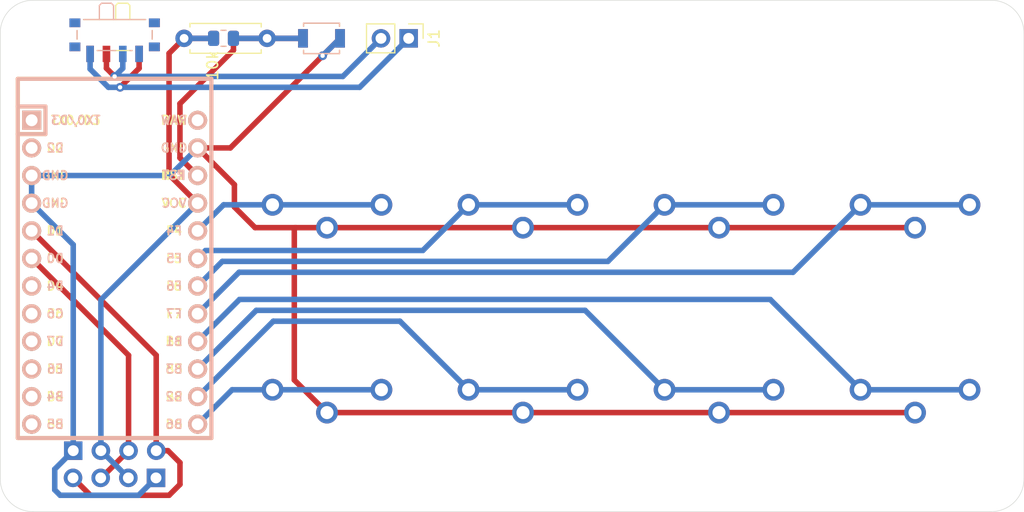
<source format=kicad_pcb>
(kicad_pcb (version 20171130) (host pcbnew 5.1.8)

  (general
    (thickness 1.6)
    (drawings 8)
    (tracks 100)
    (zones 0)
    (modules 23)
    (nets 27)
  )

  (page A4)
  (layers
    (0 F.Cu signal)
    (31 B.Cu signal)
    (32 B.Adhes user hide)
    (33 F.Adhes user hide)
    (34 B.Paste user hide)
    (35 F.Paste user hide)
    (36 B.SilkS user)
    (37 F.SilkS user)
    (38 B.Mask user hide)
    (39 F.Mask user hide)
    (40 Dwgs.User user)
    (41 Cmts.User user)
    (42 Eco1.User user hide)
    (43 Eco2.User user hide)
    (44 Edge.Cuts user)
    (45 Margin user hide)
    (46 B.CrtYd user)
    (47 F.CrtYd user)
    (48 B.Fab user hide)
    (49 F.Fab user hide)
  )

  (setup
    (last_trace_width 0.25)
    (user_trace_width 0.254)
    (user_trace_width 0.508)
    (trace_clearance 0.2)
    (zone_clearance 0.508)
    (zone_45_only yes)
    (trace_min 0.2)
    (via_size 0.8)
    (via_drill 0.4)
    (via_min_size 0.4)
    (via_min_drill 0.3)
    (uvia_size 0.3)
    (uvia_drill 0.1)
    (uvias_allowed no)
    (uvia_min_size 0.2)
    (uvia_min_drill 0.1)
    (edge_width 0.05)
    (segment_width 0.2)
    (pcb_text_width 0.3)
    (pcb_text_size 1.5 1.5)
    (mod_edge_width 0.12)
    (mod_text_size 1 1)
    (mod_text_width 0.15)
    (pad_size 1 4.4)
    (pad_drill 0.6)
    (pad_to_mask_clearance 0)
    (aux_axis_origin 0 0)
    (visible_elements FFFFFF7F)
    (pcbplotparams
      (layerselection 0x010f0_ffffffff)
      (usegerberextensions false)
      (usegerberattributes true)
      (usegerberadvancedattributes true)
      (creategerberjobfile false)
      (excludeedgelayer true)
      (linewidth 0.100000)
      (plotframeref false)
      (viasonmask false)
      (mode 1)
      (useauxorigin false)
      (hpglpennumber 1)
      (hpglpenspeed 20)
      (hpglpendiameter 15.000000)
      (psnegative false)
      (psa4output false)
      (plotreference false)
      (plotvalue false)
      (plotinvisibletext false)
      (padsonsilk false)
      (subtractmaskfromsilk false)
      (outputformat 1)
      (mirror false)
      (drillshape 0)
      (scaleselection 1)
      (outputdirectory "gerber/"))
  )

  (net 0 "")
  (net 1 GND)
  (net 2 R1C1)
  (net 3 R1C2)
  (net 4 R1C3)
  (net 5 R1C4)
  (net 6 R2C1)
  (net 7 R2C2)
  (net 8 R2C3)
  (net 9 R2C4)
  (net 10 "Net-(PUSH1-Pad1)")
  (net 11 "Net-(U1-Pad24)")
  (net 12 "Net-(U1-Pad12)")
  (net 13 "Net-(U1-Pad11)")
  (net 14 "Net-(U1-Pad2)")
  (net 15 "Net-(U1-Pad1)")
  (net 16 VCC)
  (net 17 "Net-(J1-Pad2)")
  (net 18 "Net-(J1-Pad1)")
  (net 19 "Net-(SW1-Pad3)")
  (net 20 "Net-(SW2-Pad3)")
  (net 21 "Net-(U1-Pad10)")
  (net 22 "Net-(U1-Pad9)")
  (net 23 "Net-(U1-Pad8)")
  (net 24 "Net-(U1-Pad7)")
  (net 25 SDA)
  (net 26 SCL)

  (net_class Default "This is the default net class."
    (clearance 0.2)
    (trace_width 0.25)
    (via_dia 0.8)
    (via_drill 0.4)
    (uvia_dia 0.3)
    (uvia_drill 0.1)
    (add_net GND)
    (add_net "Net-(J1-Pad1)")
    (add_net "Net-(J1-Pad2)")
    (add_net "Net-(PUSH1-Pad1)")
    (add_net "Net-(SW1-Pad3)")
    (add_net "Net-(SW2-Pad3)")
    (add_net "Net-(U1-Pad1)")
    (add_net "Net-(U1-Pad10)")
    (add_net "Net-(U1-Pad11)")
    (add_net "Net-(U1-Pad12)")
    (add_net "Net-(U1-Pad2)")
    (add_net "Net-(U1-Pad24)")
    (add_net "Net-(U1-Pad7)")
    (add_net "Net-(U1-Pad8)")
    (add_net "Net-(U1-Pad9)")
    (add_net R1C1)
    (add_net R1C2)
    (add_net R1C3)
    (add_net R1C4)
    (add_net R2C1)
    (add_net R2C2)
    (add_net R2C3)
    (add_net R2C4)
    (add_net SCL)
    (add_net SDA)
    (add_net VCC)
  )

  (module Keebio-Parts:ArduinoProMicro (layer F.Cu) (tedit 5B307E4C) (tstamp 601CE47F)
    (at 77.5 45 270)
    (path /601D5A5E)
    (fp_text reference U1 (at 0 1.625 90) (layer F.SilkS) hide
      (effects (font (size 1.27 1.524) (thickness 0.2032)))
    )
    (fp_text value ProMicro (at 0 0 90) (layer F.SilkS) hide
      (effects (font (size 1.27 1.524) (thickness 0.2032)))
    )
    (fp_line (start -15.24 6.35) (end -15.24 8.89) (layer F.SilkS) (width 0.381))
    (fp_line (start -15.24 6.35) (end -15.24 8.89) (layer B.SilkS) (width 0.381))
    (fp_line (start -19.304 -3.556) (end -14.224 -3.556) (layer Dwgs.User) (width 0.2))
    (fp_line (start -19.304 3.81) (end -19.304 -3.556) (layer Dwgs.User) (width 0.2))
    (fp_line (start -14.224 3.81) (end -19.304 3.81) (layer Dwgs.User) (width 0.2))
    (fp_line (start -14.224 -3.556) (end -14.224 3.81) (layer Dwgs.User) (width 0.2))
    (fp_line (start -17.78 8.89) (end -15.24 8.89) (layer F.SilkS) (width 0.381))
    (fp_line (start -17.78 -8.89) (end -17.78 8.89) (layer F.SilkS) (width 0.381))
    (fp_line (start -15.24 -8.89) (end -17.78 -8.89) (layer F.SilkS) (width 0.381))
    (fp_line (start -17.78 -8.89) (end -17.78 8.89) (layer B.SilkS) (width 0.381))
    (fp_line (start -17.78 8.89) (end 15.24 8.89) (layer B.SilkS) (width 0.381))
    (fp_line (start 15.24 8.89) (end 15.24 -8.89) (layer B.SilkS) (width 0.381))
    (fp_line (start 15.24 -8.89) (end -17.78 -8.89) (layer B.SilkS) (width 0.381))
    (fp_poly (pts (xy -9.35097 -5.844635) (xy -9.25097 -5.844635) (xy -9.25097 -6.344635) (xy -9.35097 -6.344635)) (layer B.SilkS) (width 0.15))
    (fp_poly (pts (xy -9.35097 -5.844635) (xy -9.05097 -5.844635) (xy -9.05097 -5.944635) (xy -9.35097 -5.944635)) (layer B.SilkS) (width 0.15))
    (fp_poly (pts (xy -8.75097 -5.844635) (xy -8.55097 -5.844635) (xy -8.55097 -5.944635) (xy -8.75097 -5.944635)) (layer B.SilkS) (width 0.15))
    (fp_poly (pts (xy -9.35097 -6.244635) (xy -8.55097 -6.244635) (xy -8.55097 -6.344635) (xy -9.35097 -6.344635)) (layer B.SilkS) (width 0.15))
    (fp_poly (pts (xy -8.95097 -6.044635) (xy -8.85097 -6.044635) (xy -8.85097 -6.144635) (xy -8.95097 -6.144635)) (layer B.SilkS) (width 0.15))
    (fp_poly (pts (xy -8.76064 -4.931568) (xy -8.56064 -4.931568) (xy -8.56064 -4.831568) (xy -8.76064 -4.831568)) (layer F.SilkS) (width 0.15))
    (fp_poly (pts (xy -9.36064 -4.531568) (xy -8.56064 -4.531568) (xy -8.56064 -4.431568) (xy -9.36064 -4.431568)) (layer F.SilkS) (width 0.15))
    (fp_poly (pts (xy -9.36064 -4.931568) (xy -9.26064 -4.931568) (xy -9.26064 -4.431568) (xy -9.36064 -4.431568)) (layer F.SilkS) (width 0.15))
    (fp_poly (pts (xy -8.96064 -4.731568) (xy -8.86064 -4.731568) (xy -8.86064 -4.631568) (xy -8.96064 -4.631568)) (layer F.SilkS) (width 0.15))
    (fp_poly (pts (xy -9.36064 -4.931568) (xy -9.06064 -4.931568) (xy -9.06064 -4.831568) (xy -9.36064 -4.831568)) (layer F.SilkS) (width 0.15))
    (fp_line (start -12.7 6.35) (end -12.7 8.89) (layer F.SilkS) (width 0.381))
    (fp_line (start -15.24 6.35) (end -12.7 6.35) (layer F.SilkS) (width 0.381))
    (fp_line (start 15.24 -8.89) (end -15.24 -8.89) (layer F.SilkS) (width 0.381))
    (fp_line (start 15.24 8.89) (end 15.24 -8.89) (layer F.SilkS) (width 0.381))
    (fp_line (start -15.24 8.89) (end 15.24 8.89) (layer F.SilkS) (width 0.381))
    (fp_line (start -15.24 6.35) (end -12.7 6.35) (layer B.SilkS) (width 0.381))
    (fp_line (start -12.7 6.35) (end -12.7 8.89) (layer B.SilkS) (width 0.381))
    (fp_text user ST (at -8.91 -5.04) (layer B.SilkS)
      (effects (font (size 0.8 0.8) (thickness 0.15)) (justify mirror))
    )
    (fp_text user TX0/D3 (at -13.97 3.571872) (layer F.SilkS)
      (effects (font (size 0.8 0.8) (thickness 0.15)))
    )
    (fp_text user TX0/D3 (at -13.97 3.571872) (layer B.SilkS)
      (effects (font (size 0.8 0.8) (thickness 0.15)) (justify mirror))
    )
    (fp_text user D2 (at -11.43 5.461) (layer F.SilkS)
      (effects (font (size 0.8 0.8) (thickness 0.15)))
    )
    (fp_text user D0 (at -1.27 5.461) (layer F.SilkS)
      (effects (font (size 0.8 0.8) (thickness 0.15)))
    )
    (fp_text user D1 (at -3.81 5.461) (layer F.SilkS)
      (effects (font (size 0.8 0.8) (thickness 0.15)))
    )
    (fp_text user GND (at -6.35 5.461) (layer F.SilkS)
      (effects (font (size 0.8 0.8) (thickness 0.15)))
    )
    (fp_text user GND (at -8.89 5.461) (layer F.SilkS)
      (effects (font (size 0.8 0.8) (thickness 0.15)))
    )
    (fp_text user D4 (at 1.27 5.461) (layer F.SilkS)
      (effects (font (size 0.8 0.8) (thickness 0.15)))
    )
    (fp_text user C6 (at 3.81 5.461) (layer F.SilkS)
      (effects (font (size 0.8 0.8) (thickness 0.15)))
    )
    (fp_text user D7 (at 6.35 5.461) (layer F.SilkS)
      (effects (font (size 0.8 0.8) (thickness 0.15)))
    )
    (fp_text user E6 (at 8.89 5.461) (layer F.SilkS)
      (effects (font (size 0.8 0.8) (thickness 0.15)))
    )
    (fp_text user B4 (at 11.43 5.461) (layer F.SilkS)
      (effects (font (size 0.8 0.8) (thickness 0.15)))
    )
    (fp_text user B5 (at 13.97 5.461) (layer F.SilkS)
      (effects (font (size 0.8 0.8) (thickness 0.15)))
    )
    (fp_text user B6 (at 13.97 -5.461) (layer F.SilkS)
      (effects (font (size 0.8 0.8) (thickness 0.15)))
    )
    (fp_text user B2 (at 11.43 -5.461) (layer B.SilkS)
      (effects (font (size 0.8 0.8) (thickness 0.15)) (justify mirror))
    )
    (fp_text user B3 (at 8.89 -5.461) (layer F.SilkS)
      (effects (font (size 0.8 0.8) (thickness 0.15)))
    )
    (fp_text user B1 (at 6.35 -5.461) (layer F.SilkS)
      (effects (font (size 0.8 0.8) (thickness 0.15)))
    )
    (fp_text user F7 (at 3.81 -5.461) (layer B.SilkS)
      (effects (font (size 0.8 0.8) (thickness 0.15)) (justify mirror))
    )
    (fp_text user F6 (at 1.27 -5.461) (layer B.SilkS)
      (effects (font (size 0.8 0.8) (thickness 0.15)) (justify mirror))
    )
    (fp_text user F5 (at -1.27 -5.461) (layer B.SilkS)
      (effects (font (size 0.8 0.8) (thickness 0.15)) (justify mirror))
    )
    (fp_text user F4 (at -3.81 -5.461) (layer F.SilkS)
      (effects (font (size 0.8 0.8) (thickness 0.15)))
    )
    (fp_text user VCC (at -6.35 -5.461) (layer F.SilkS)
      (effects (font (size 0.8 0.8) (thickness 0.15)))
    )
    (fp_text user ST (at -8.92 -5.73312) (layer F.SilkS)
      (effects (font (size 0.8 0.8) (thickness 0.15)))
    )
    (fp_text user GND (at -11.43 -5.461) (layer F.SilkS)
      (effects (font (size 0.8 0.8) (thickness 0.15)))
    )
    (fp_text user RAW (at -13.97 -5.461) (layer F.SilkS)
      (effects (font (size 0.8 0.8) (thickness 0.15)))
    )
    (fp_text user RAW (at -13.97 -5.461) (layer B.SilkS)
      (effects (font (size 0.8 0.8) (thickness 0.15)) (justify mirror))
    )
    (fp_text user GND (at -11.43 -5.461) (layer B.SilkS)
      (effects (font (size 0.8 0.8) (thickness 0.15)) (justify mirror))
    )
    (fp_text user VCC (at -6.35 -5.461) (layer B.SilkS)
      (effects (font (size 0.8 0.8) (thickness 0.15)) (justify mirror))
    )
    (fp_text user F4 (at -3.81 -5.461) (layer B.SilkS)
      (effects (font (size 0.8 0.8) (thickness 0.15)) (justify mirror))
    )
    (fp_text user F5 (at -1.27 -5.461) (layer F.SilkS)
      (effects (font (size 0.8 0.8) (thickness 0.15)))
    )
    (fp_text user F6 (at 1.27 -5.461) (layer F.SilkS)
      (effects (font (size 0.8 0.8) (thickness 0.15)))
    )
    (fp_text user F7 (at 3.81 -5.461) (layer F.SilkS)
      (effects (font (size 0.8 0.8) (thickness 0.15)))
    )
    (fp_text user B1 (at 6.35 -5.461) (layer B.SilkS)
      (effects (font (size 0.8 0.8) (thickness 0.15)) (justify mirror))
    )
    (fp_text user B3 (at 8.89 -5.461) (layer B.SilkS)
      (effects (font (size 0.8 0.8) (thickness 0.15)) (justify mirror))
    )
    (fp_text user B2 (at 11.43 -5.461) (layer F.SilkS)
      (effects (font (size 0.8 0.8) (thickness 0.15)))
    )
    (fp_text user B6 (at 13.97 -5.461) (layer B.SilkS)
      (effects (font (size 0.8 0.8) (thickness 0.15)) (justify mirror))
    )
    (fp_text user B5 (at 13.97 5.461) (layer B.SilkS)
      (effects (font (size 0.8 0.8) (thickness 0.15)) (justify mirror))
    )
    (fp_text user B4 (at 11.43 5.461) (layer B.SilkS)
      (effects (font (size 0.8 0.8) (thickness 0.15)) (justify mirror))
    )
    (fp_text user E6 (at 8.89 5.461) (layer B.SilkS)
      (effects (font (size 0.8 0.8) (thickness 0.15)) (justify mirror))
    )
    (fp_text user D7 (at 6.35 5.461) (layer B.SilkS)
      (effects (font (size 0.8 0.8) (thickness 0.15)) (justify mirror))
    )
    (fp_text user C6 (at 3.81 5.461) (layer B.SilkS)
      (effects (font (size 0.8 0.8) (thickness 0.15)) (justify mirror))
    )
    (fp_text user D4 (at 1.27 5.461) (layer B.SilkS)
      (effects (font (size 0.8 0.8) (thickness 0.15)) (justify mirror))
    )
    (fp_text user GND (at -8.89 5.461) (layer B.SilkS)
      (effects (font (size 0.8 0.8) (thickness 0.15)) (justify mirror))
    )
    (fp_text user GND (at -6.35 5.461) (layer B.SilkS)
      (effects (font (size 0.8 0.8) (thickness 0.15)) (justify mirror))
    )
    (fp_text user D1 (at -3.81 5.461) (layer B.SilkS)
      (effects (font (size 0.8 0.8) (thickness 0.15)) (justify mirror))
    )
    (fp_text user D0 (at -1.27 5.461) (layer B.SilkS)
      (effects (font (size 0.8 0.8) (thickness 0.15)) (justify mirror))
    )
    (fp_text user D2 (at -11.43 5.461) (layer B.SilkS)
      (effects (font (size 0.8 0.8) (thickness 0.15)) (justify mirror))
    )
    (pad 24 thru_hole circle (at -13.97 -7.62 270) (size 1.7526 1.7526) (drill 1.0922) (layers *.Cu *.SilkS *.Mask)
      (net 11 "Net-(U1-Pad24)"))
    (pad 12 thru_hole circle (at 13.97 7.62 270) (size 1.7526 1.7526) (drill 1.0922) (layers *.Cu *.SilkS *.Mask)
      (net 12 "Net-(U1-Pad12)"))
    (pad 23 thru_hole circle (at -11.43 -7.62 270) (size 1.7526 1.7526) (drill 1.0922) (layers *.Cu *.SilkS *.Mask)
      (net 1 GND))
    (pad 22 thru_hole circle (at -8.89 -7.62 270) (size 1.7526 1.7526) (drill 1.0922) (layers *.Cu *.SilkS *.Mask)
      (net 10 "Net-(PUSH1-Pad1)"))
    (pad 21 thru_hole circle (at -6.35 -7.62 270) (size 1.7526 1.7526) (drill 1.0922) (layers *.Cu *.SilkS *.Mask)
      (net 16 VCC))
    (pad 20 thru_hole circle (at -3.81 -7.62 270) (size 1.7526 1.7526) (drill 1.0922) (layers *.Cu *.SilkS *.Mask)
      (net 2 R1C1))
    (pad 19 thru_hole circle (at -1.27 -7.62 270) (size 1.7526 1.7526) (drill 1.0922) (layers *.Cu *.SilkS *.Mask)
      (net 3 R1C2))
    (pad 18 thru_hole circle (at 1.27 -7.62 270) (size 1.7526 1.7526) (drill 1.0922) (layers *.Cu *.SilkS *.Mask)
      (net 4 R1C3))
    (pad 17 thru_hole circle (at 3.81 -7.62 270) (size 1.7526 1.7526) (drill 1.0922) (layers *.Cu *.SilkS *.Mask)
      (net 5 R1C4))
    (pad 16 thru_hole circle (at 6.35 -7.62 270) (size 1.7526 1.7526) (drill 1.0922) (layers *.Cu *.SilkS *.Mask)
      (net 9 R2C4))
    (pad 15 thru_hole circle (at 8.89 -7.62 270) (size 1.7526 1.7526) (drill 1.0922) (layers *.Cu *.SilkS *.Mask)
      (net 8 R2C3))
    (pad 14 thru_hole circle (at 11.43 -7.62 270) (size 1.7526 1.7526) (drill 1.0922) (layers *.Cu *.SilkS *.Mask)
      (net 7 R2C2))
    (pad 13 thru_hole circle (at 13.97 -7.62 270) (size 1.7526 1.7526) (drill 1.0922) (layers *.Cu *.SilkS *.Mask)
      (net 6 R2C1))
    (pad 11 thru_hole circle (at 11.43 7.62 270) (size 1.7526 1.7526) (drill 1.0922) (layers *.Cu *.SilkS *.Mask)
      (net 13 "Net-(U1-Pad11)"))
    (pad 10 thru_hole circle (at 8.89 7.62 270) (size 1.7526 1.7526) (drill 1.0922) (layers *.Cu *.SilkS *.Mask)
      (net 21 "Net-(U1-Pad10)"))
    (pad 9 thru_hole circle (at 6.35 7.62 270) (size 1.7526 1.7526) (drill 1.0922) (layers *.Cu *.SilkS *.Mask)
      (net 22 "Net-(U1-Pad9)"))
    (pad 8 thru_hole circle (at 3.81 7.62 270) (size 1.7526 1.7526) (drill 1.0922) (layers *.Cu *.SilkS *.Mask)
      (net 23 "Net-(U1-Pad8)"))
    (pad 7 thru_hole circle (at 1.27 7.62 270) (size 1.7526 1.7526) (drill 1.0922) (layers *.Cu *.SilkS *.Mask)
      (net 24 "Net-(U1-Pad7)"))
    (pad 6 thru_hole circle (at -1.27 7.62 270) (size 1.7526 1.7526) (drill 1.0922) (layers *.Cu *.SilkS *.Mask)
      (net 26 SCL))
    (pad 5 thru_hole circle (at -3.81 7.62 270) (size 1.7526 1.7526) (drill 1.0922) (layers *.Cu *.SilkS *.Mask)
      (net 25 SDA))
    (pad 4 thru_hole circle (at -6.35 7.62 270) (size 1.7526 1.7526) (drill 1.0922) (layers *.Cu *.SilkS *.Mask)
      (net 1 GND))
    (pad 3 thru_hole circle (at -8.89 7.62 270) (size 1.7526 1.7526) (drill 1.0922) (layers *.Cu *.SilkS *.Mask)
      (net 1 GND))
    (pad 2 thru_hole circle (at -11.43 7.62 270) (size 1.7526 1.7526) (drill 1.0922) (layers *.Cu *.SilkS *.Mask)
      (net 14 "Net-(U1-Pad2)"))
    (pad 1 thru_hole rect (at -13.97 7.62 270) (size 1.7526 1.7526) (drill 1.0922) (layers *.Cu *.SilkS *.Mask)
      (net 15 "Net-(U1-Pad1)"))
    (model /Users/danny/Documents/proj/custom-keyboard/kicad-libs/3d_models/ArduinoProMicro.wrl
      (offset (xyz -13.96999979019165 -7.619999885559082 -5.841999912261963))
      (scale (xyz 0.395 0.395 0.395))
      (rotate (xyz 90 180 180))
    )
  )

  (module lib:OLED (layer B.Cu) (tedit 5FE10C14) (tstamp 601CE121)
    (at 83.5 63 90)
    (path /601C36F0)
    (fp_text reference J3 (at 7.75 -10 270) (layer B.SilkS) hide
      (effects (font (size 1 1) (thickness 0.15)) (justify mirror))
    )
    (fp_text value Conn_01x04 (at 5.75 -5.75 270) (layer B.Fab)
      (effects (font (size 1 1) (thickness 0.15)) (justify mirror))
    )
    (fp_line (start 29.44 -7.74) (end 29.44 -2.22) (layer Dwgs.User) (width 0.12))
    (fp_line (start 7.06 -7.74) (end 29.44 -7.74) (layer Dwgs.User) (width 0.12))
    (fp_line (start 7.06 -2.22) (end 7.06 -7.74) (layer Dwgs.User) (width 0.12))
    (fp_line (start 7.06 -2.22) (end 29.44 -2.22) (layer Dwgs.User) (width 0.12))
    (fp_line (start 0 0) (end 0 -12) (layer Dwgs.User) (width 0.12))
    (fp_line (start 0 0) (end 38 0) (layer Dwgs.User) (width 0.12))
    (fp_line (start 38 0) (end 38 -12) (layer Dwgs.User) (width 0.12))
    (fp_line (start 38 -12) (end 0 -12) (layer Dwgs.User) (width 0.12))
    (fp_line (start 5.75 0) (end 5.75 -12) (layer Dwgs.User) (width 0.12))
    (fp_line (start 35.75 0) (end 35.75 -12) (layer Dwgs.User) (width 0.12))
    (pad 4 thru_hole oval (at 1.6 -2.18 270) (size 1.7 1.7) (drill 1) (layers *.Cu *.Mask)
      (net 25 SDA))
    (pad 3 thru_hole oval (at 1.6 -4.72 270) (size 1.7 1.7) (drill 1) (layers *.Cu *.Mask)
      (net 26 SCL))
    (pad 2 thru_hole oval (at 1.6 -7.26 270) (size 1.7 1.7) (drill 1) (layers *.Cu *.Mask)
      (net 16 VCC))
    (pad 1 thru_hole rect (at 1.6 -9.8 270) (size 1.7 1.7) (drill 1) (layers *.Cu *.Mask)
      (net 1 GND))
    (model /home/steven/Downloads/OLED_0.91_128x32.stp
      (offset (xyz 19 -6 2.5))
      (scale (xyz 1 1 1))
      (rotate (xyz 0 0 0))
    )
  )

  (module lib:OLED (layer F.Cu) (tedit 5FE10C14) (tstamp 601CE10F)
    (at 71.5 65.5 90)
    (path /601C3B22)
    (fp_text reference J2 (at 7.75 10 90) (layer F.SilkS) hide
      (effects (font (size 1 1) (thickness 0.15)))
    )
    (fp_text value Conn_01x04 (at 5.75 5.75 90) (layer F.Fab)
      (effects (font (size 1 1) (thickness 0.15)))
    )
    (fp_line (start 29.44 7.74) (end 29.44 2.22) (layer Dwgs.User) (width 0.12))
    (fp_line (start 7.06 7.74) (end 29.44 7.74) (layer Dwgs.User) (width 0.12))
    (fp_line (start 7.06 2.22) (end 7.06 7.74) (layer Dwgs.User) (width 0.12))
    (fp_line (start 7.06 2.22) (end 29.44 2.22) (layer Dwgs.User) (width 0.12))
    (fp_line (start 0 0) (end 0 12) (layer Dwgs.User) (width 0.12))
    (fp_line (start 0 0) (end 38 0) (layer Dwgs.User) (width 0.12))
    (fp_line (start 38 0) (end 38 12) (layer Dwgs.User) (width 0.12))
    (fp_line (start 38 12) (end 0 12) (layer Dwgs.User) (width 0.12))
    (fp_line (start 5.75 0) (end 5.75 12) (layer Dwgs.User) (width 0.12))
    (fp_line (start 35.75 0) (end 35.75 12) (layer Dwgs.User) (width 0.12))
    (pad 4 thru_hole oval (at 1.6 2.18 270) (size 1.7 1.7) (drill 1) (layers *.Cu *.Mask)
      (net 25 SDA))
    (pad 3 thru_hole oval (at 1.6 4.72 270) (size 1.7 1.7) (drill 1) (layers *.Cu *.Mask)
      (net 26 SCL))
    (pad 2 thru_hole oval (at 1.6 7.26 270) (size 1.7 1.7) (drill 1) (layers *.Cu *.Mask)
      (net 16 VCC))
    (pad 1 thru_hole rect (at 1.6 9.8 270) (size 1.7 1.7) (drill 1) (layers *.Cu *.Mask)
      (net 1 GND))
    (model /home/steven/Downloads/OLED_0.91_128x32.stp
      (offset (xyz 19 -6 2.5))
      (scale (xyz 1 1 1))
      (rotate (xyz 0 0 0))
    )
  )

  (module Resistor_SMD:R_0805_2012Metric (layer B.Cu) (tedit 5F68FEEE) (tstamp 601C251F)
    (at 87.5 23.5 180)
    (descr "Resistor SMD 0805 (2012 Metric), square (rectangular) end terminal, IPC_7351 nominal, (Body size source: IPC-SM-782 page 72, https://www.pcb-3d.com/wordpress/wp-content/uploads/ipc-sm-782a_amendment_1_and_2.pdf), generated with kicad-footprint-generator")
    (tags resistor)
    (path /601F2F8D)
    (attr smd)
    (fp_text reference R3 (at 0 1.65) (layer B.SilkS) hide
      (effects (font (size 1 1) (thickness 0.15)) (justify mirror))
    )
    (fp_text value 10k (at 0 -1.65) (layer B.Fab)
      (effects (font (size 1 1) (thickness 0.15)) (justify mirror))
    )
    (fp_line (start 1.68 -0.95) (end -1.68 -0.95) (layer B.CrtYd) (width 0.05))
    (fp_line (start 1.68 0.95) (end 1.68 -0.95) (layer B.CrtYd) (width 0.05))
    (fp_line (start -1.68 0.95) (end 1.68 0.95) (layer B.CrtYd) (width 0.05))
    (fp_line (start -1.68 -0.95) (end -1.68 0.95) (layer B.CrtYd) (width 0.05))
    (fp_line (start -0.227064 -0.735) (end 0.227064 -0.735) (layer B.SilkS) (width 0.12))
    (fp_line (start -0.227064 0.735) (end 0.227064 0.735) (layer B.SilkS) (width 0.12))
    (fp_line (start 1 -0.625) (end -1 -0.625) (layer B.Fab) (width 0.1))
    (fp_line (start 1 0.625) (end 1 -0.625) (layer B.Fab) (width 0.1))
    (fp_line (start -1 0.625) (end 1 0.625) (layer B.Fab) (width 0.1))
    (fp_line (start -1 -0.625) (end -1 0.625) (layer B.Fab) (width 0.1))
    (fp_text user %R (at 0 0) (layer B.Fab)
      (effects (font (size 0.5 0.5) (thickness 0.08)) (justify mirror))
    )
    (pad 2 smd roundrect (at 0.9125 0 180) (size 1.025 1.4) (layers B.Cu B.Paste B.Mask) (roundrect_rratio 0.243902)
      (net 16 VCC))
    (pad 1 smd roundrect (at -0.9125 0 180) (size 1.025 1.4) (layers B.Cu B.Paste B.Mask) (roundrect_rratio 0.243902)
      (net 10 "Net-(PUSH1-Pad1)"))
    (model ${KISYS3DMOD}/Resistor_SMD.3dshapes/R_0805_2012Metric.wrl
      (at (xyz 0 0 0))
      (scale (xyz 1 1 1))
      (rotate (xyz 0 0 0))
    )
  )

  (module Resistor_THT:R_Axial_DIN0207_L6.3mm_D2.5mm_P7.62mm_Horizontal (layer F.Cu) (tedit 5AE5139B) (tstamp 601B81D6)
    (at 91.5 23.5 180)
    (descr "Resistor, Axial_DIN0207 series, Axial, Horizontal, pin pitch=7.62mm, 0.25W = 1/4W, length*diameter=6.3*2.5mm^2, http://cdn-reichelt.de/documents/datenblatt/B400/1_4W%23YAG.pdf")
    (tags "Resistor Axial_DIN0207 series Axial Horizontal pin pitch 7.62mm 0.25W = 1/4W length 6.3mm diameter 2.5mm")
    (path /601C571C)
    (fp_text reference R2 (at 3.81 -2.37 180) (layer F.SilkS) hide
      (effects (font (size 1 1) (thickness 0.15)))
    )
    (fp_text value 10k (at 3.81 2.37 180) (layer F.Fab)
      (effects (font (size 1 1) (thickness 0.15)))
    )
    (fp_line (start 8.67 -1.5) (end -1.05 -1.5) (layer F.CrtYd) (width 0.05))
    (fp_line (start 8.67 1.5) (end 8.67 -1.5) (layer F.CrtYd) (width 0.05))
    (fp_line (start -1.05 1.5) (end 8.67 1.5) (layer F.CrtYd) (width 0.05))
    (fp_line (start -1.05 -1.5) (end -1.05 1.5) (layer F.CrtYd) (width 0.05))
    (fp_line (start 7.08 1.37) (end 7.08 1.04) (layer F.SilkS) (width 0.12))
    (fp_line (start 0.54 1.37) (end 7.08 1.37) (layer F.SilkS) (width 0.12))
    (fp_line (start 0.54 1.04) (end 0.54 1.37) (layer F.SilkS) (width 0.12))
    (fp_line (start 7.08 -1.37) (end 7.08 -1.04) (layer F.SilkS) (width 0.12))
    (fp_line (start 0.54 -1.37) (end 7.08 -1.37) (layer F.SilkS) (width 0.12))
    (fp_line (start 0.54 -1.04) (end 0.54 -1.37) (layer F.SilkS) (width 0.12))
    (fp_line (start 7.62 0) (end 6.96 0) (layer F.Fab) (width 0.1))
    (fp_line (start 0 0) (end 0.66 0) (layer F.Fab) (width 0.1))
    (fp_line (start 6.96 -1.25) (end 0.66 -1.25) (layer F.Fab) (width 0.1))
    (fp_line (start 6.96 1.25) (end 6.96 -1.25) (layer F.Fab) (width 0.1))
    (fp_line (start 0.66 1.25) (end 6.96 1.25) (layer F.Fab) (width 0.1))
    (fp_line (start 0.66 -1.25) (end 0.66 1.25) (layer F.Fab) (width 0.1))
    (fp_text user %R (at 3.81 0 180) (layer F.Fab)
      (effects (font (size 1 1) (thickness 0.15)))
    )
    (pad 2 thru_hole oval (at 7.62 0 180) (size 1.6 1.6) (drill 0.8) (layers *.Cu *.Mask)
      (net 16 VCC))
    (pad 1 thru_hole circle (at 0 0 180) (size 1.6 1.6) (drill 0.8) (layers *.Cu *.Mask)
      (net 10 "Net-(PUSH1-Pad1)"))
    (model ${KISYS3DMOD}/Resistor_THT.3dshapes/R_Axial_DIN0207_L6.3mm_D2.5mm_P7.62mm_Horizontal.wrl
      (at (xyz 0 0 0))
      (scale (xyz 1 1 1))
      (rotate (xyz 0 0 0))
    )
  )

  (module Keebio-Parts:Kailh-PG1350-1u-reversible-No-Clickhole (layer F.Cu) (tedit 5FDF9964) (tstamp 5FA7AEA2)
    (at 151 52)
    (path /5FAE5771)
    (fp_text reference KEY8 (at 0 -7.14375 180) (layer Dwgs.User)
      (effects (font (size 1.27 1.524) (thickness 0.2032)))
    )
    (fp_text value SW_Push (at 0 -5.08 180) (layer F.SilkS) hide
      (effects (font (size 1.27 1.524) (thickness 0.2032)))
    )
    (fp_line (start 7.5 -7.5) (end 7.5 7.5) (layer Eco2.User) (width 0.1524))
    (fp_line (start -7.5 -7.5) (end 7.5 -7.5) (layer Eco2.User) (width 0.1524))
    (fp_line (start -7.5 7.5) (end -7.5 -7.5) (layer Eco2.User) (width 0.1524))
    (fp_line (start 7.5 7.5) (end -7.5 7.5) (layer Eco2.User) (width 0.1524))
    (fp_line (start 9 -8.375) (end 9 8.375) (layer Dwgs.User) (width 0.1524))
    (fp_line (start -9 -8.375) (end 9 -8.375) (layer Dwgs.User) (width 0.1524))
    (fp_line (start -9 8.375) (end -9 -8.375) (layer Dwgs.User) (width 0.1524))
    (fp_line (start 9 8.375) (end -9 8.375) (layer Dwgs.User) (width 0.1524))
    (fp_line (start 6.9 -6.9) (end 6.9 6.9) (layer Cmts.User) (width 0.1524))
    (fp_line (start -6.9 -6.9) (end 6.9 -6.9) (layer Cmts.User) (width 0.1524))
    (fp_line (start -6.9 6.9) (end -6.9 -6.9) (layer Cmts.User) (width 0.1524))
    (fp_line (start 6.9 6.9) (end -6.9 6.9) (layer Cmts.User) (width 0.1524))
    (fp_line (start 2.5 -3.5) (end 2.5 -5.5) (layer Dwgs.User) (width 0.12))
    (fp_line (start 2.5 -5.5) (end -2.5 -5.5) (layer Dwgs.User) (width 0.12))
    (fp_line (start -2.5 -5.5) (end -2.5 -3.5) (layer Dwgs.User) (width 0.12))
    (fp_line (start -2.5 -3.5) (end 2.5 -3.5) (layer Dwgs.User) (width 0.12))
    (pad "" np_thru_hole circle (at 5.5 0 180) (size 1.7 1.7) (drill 1.7) (layers *.Cu *.Mask))
    (pad "" np_thru_hole circle (at -5.5 0 180) (size 1.7 1.7) (drill 1.7) (layers *.Cu *.Mask))
    (pad 2 thru_hole circle (at -5 3.8 41.9) (size 2 2) (drill 1.2) (layers *.Cu B.Mask)
      (net 9 R2C4))
    (pad 1 thru_hole circle (at 0 5.9 180) (size 2 2) (drill 1.2) (layers *.Cu *.Mask)
      (net 1 GND))
    (pad "" np_thru_hole circle (at 0 0 180) (size 3.4 3.4) (drill 3.4) (layers *.Cu *.Mask))
    (pad 2 thru_hole circle (at 5 3.8 41.9) (size 2 2) (drill 1.2) (layers *.Cu F.Mask)
      (net 9 R2C4))
    (model /Users/danny/Documents/proj/custom-keyboard/kicad-libs/3d_models/mx-switch.wrl
      (offset (xyz 7.4675998878479 7.4675998878479 5.943599910736085))
      (scale (xyz 0.4 0.4 0.4))
      (rotate (xyz 270 0 180))
    )
    (model /Users/danny/Documents/proj/custom-keyboard/kicad-libs/3d_models/SA-R3-1u.wrl
      (offset (xyz 0 0 11.93799982070923))
      (scale (xyz 0.394 0.394 0.394))
      (rotate (xyz 270 0 0))
    )
  )

  (module Keebio-Parts:Kailh-PG1350-1u-reversible-No-Clickhole (layer F.Cu) (tedit 5FDF9964) (tstamp 5FA7AE75)
    (at 133 52)
    (path /5FAE377E)
    (fp_text reference KEY7 (at 0 -7.14375 180) (layer Dwgs.User)
      (effects (font (size 1.27 1.524) (thickness 0.2032)))
    )
    (fp_text value SW_Push (at 0 -5.08 180) (layer F.SilkS) hide
      (effects (font (size 1.27 1.524) (thickness 0.2032)))
    )
    (fp_line (start 7.5 -7.5) (end 7.5 7.5) (layer Eco2.User) (width 0.1524))
    (fp_line (start -7.5 -7.5) (end 7.5 -7.5) (layer Eco2.User) (width 0.1524))
    (fp_line (start -7.5 7.5) (end -7.5 -7.5) (layer Eco2.User) (width 0.1524))
    (fp_line (start 7.5 7.5) (end -7.5 7.5) (layer Eco2.User) (width 0.1524))
    (fp_line (start 9 -8.375) (end 9 8.375) (layer Dwgs.User) (width 0.1524))
    (fp_line (start -9 -8.375) (end 9 -8.375) (layer Dwgs.User) (width 0.1524))
    (fp_line (start -9 8.375) (end -9 -8.375) (layer Dwgs.User) (width 0.1524))
    (fp_line (start 9 8.375) (end -9 8.375) (layer Dwgs.User) (width 0.1524))
    (fp_line (start 6.9 -6.9) (end 6.9 6.9) (layer Cmts.User) (width 0.1524))
    (fp_line (start -6.9 -6.9) (end 6.9 -6.9) (layer Cmts.User) (width 0.1524))
    (fp_line (start -6.9 6.9) (end -6.9 -6.9) (layer Cmts.User) (width 0.1524))
    (fp_line (start 6.9 6.9) (end -6.9 6.9) (layer Cmts.User) (width 0.1524))
    (fp_line (start 2.5 -3.5) (end 2.5 -5.5) (layer Dwgs.User) (width 0.12))
    (fp_line (start 2.5 -5.5) (end -2.5 -5.5) (layer Dwgs.User) (width 0.12))
    (fp_line (start -2.5 -5.5) (end -2.5 -3.5) (layer Dwgs.User) (width 0.12))
    (fp_line (start -2.5 -3.5) (end 2.5 -3.5) (layer Dwgs.User) (width 0.12))
    (pad "" np_thru_hole circle (at 5.5 0 180) (size 1.7 1.7) (drill 1.7) (layers *.Cu *.Mask))
    (pad "" np_thru_hole circle (at -5.5 0 180) (size 1.7 1.7) (drill 1.7) (layers *.Cu *.Mask))
    (pad 2 thru_hole circle (at -5 3.8 41.9) (size 2 2) (drill 1.2) (layers *.Cu B.Mask)
      (net 8 R2C3))
    (pad 1 thru_hole circle (at 0 5.9 180) (size 2 2) (drill 1.2) (layers *.Cu *.Mask)
      (net 1 GND))
    (pad "" np_thru_hole circle (at 0 0 180) (size 3.4 3.4) (drill 3.4) (layers *.Cu *.Mask))
    (pad 2 thru_hole circle (at 5 3.8 41.9) (size 2 2) (drill 1.2) (layers *.Cu F.Mask)
      (net 8 R2C3))
    (model /Users/danny/Documents/proj/custom-keyboard/kicad-libs/3d_models/mx-switch.wrl
      (offset (xyz 7.4675998878479 7.4675998878479 5.943599910736085))
      (scale (xyz 0.4 0.4 0.4))
      (rotate (xyz 270 0 180))
    )
    (model /Users/danny/Documents/proj/custom-keyboard/kicad-libs/3d_models/SA-R3-1u.wrl
      (offset (xyz 0 0 11.93799982070923))
      (scale (xyz 0.394 0.394 0.394))
      (rotate (xyz 270 0 0))
    )
  )

  (module Keebio-Parts:Kailh-PG1350-1u-reversible-No-Clickhole (layer F.Cu) (tedit 5FDF9964) (tstamp 5FA7AE48)
    (at 115 52)
    (path /5FAE06E0)
    (fp_text reference KEY6 (at 0 -7.14375 180) (layer Dwgs.User)
      (effects (font (size 1.27 1.524) (thickness 0.2032)))
    )
    (fp_text value SW_Push (at 0 -5.08 180) (layer F.SilkS) hide
      (effects (font (size 1.27 1.524) (thickness 0.2032)))
    )
    (fp_line (start 7.5 -7.5) (end 7.5 7.5) (layer Eco2.User) (width 0.1524))
    (fp_line (start -7.5 -7.5) (end 7.5 -7.5) (layer Eco2.User) (width 0.1524))
    (fp_line (start -7.5 7.5) (end -7.5 -7.5) (layer Eco2.User) (width 0.1524))
    (fp_line (start 7.5 7.5) (end -7.5 7.5) (layer Eco2.User) (width 0.1524))
    (fp_line (start 9 -8.375) (end 9 8.375) (layer Dwgs.User) (width 0.1524))
    (fp_line (start -9 -8.375) (end 9 -8.375) (layer Dwgs.User) (width 0.1524))
    (fp_line (start -9 8.375) (end -9 -8.375) (layer Dwgs.User) (width 0.1524))
    (fp_line (start 9 8.375) (end -9 8.375) (layer Dwgs.User) (width 0.1524))
    (fp_line (start 6.9 -6.9) (end 6.9 6.9) (layer Cmts.User) (width 0.1524))
    (fp_line (start -6.9 -6.9) (end 6.9 -6.9) (layer Cmts.User) (width 0.1524))
    (fp_line (start -6.9 6.9) (end -6.9 -6.9) (layer Cmts.User) (width 0.1524))
    (fp_line (start 6.9 6.9) (end -6.9 6.9) (layer Cmts.User) (width 0.1524))
    (fp_line (start 2.5 -3.5) (end 2.5 -5.5) (layer Dwgs.User) (width 0.12))
    (fp_line (start 2.5 -5.5) (end -2.5 -5.5) (layer Dwgs.User) (width 0.12))
    (fp_line (start -2.5 -5.5) (end -2.5 -3.5) (layer Dwgs.User) (width 0.12))
    (fp_line (start -2.5 -3.5) (end 2.5 -3.5) (layer Dwgs.User) (width 0.12))
    (pad "" np_thru_hole circle (at 5.5 0 180) (size 1.7 1.7) (drill 1.7) (layers *.Cu *.Mask))
    (pad "" np_thru_hole circle (at -5.5 0 180) (size 1.7 1.7) (drill 1.7) (layers *.Cu *.Mask))
    (pad 2 thru_hole circle (at -5 3.8 41.9) (size 2 2) (drill 1.2) (layers *.Cu B.Mask)
      (net 7 R2C2))
    (pad 1 thru_hole circle (at 0 5.9 180) (size 2 2) (drill 1.2) (layers *.Cu *.Mask)
      (net 1 GND))
    (pad "" np_thru_hole circle (at 0 0 180) (size 3.4 3.4) (drill 3.4) (layers *.Cu *.Mask))
    (pad 2 thru_hole circle (at 5 3.8 41.9) (size 2 2) (drill 1.2) (layers *.Cu F.Mask)
      (net 7 R2C2))
    (model /Users/danny/Documents/proj/custom-keyboard/kicad-libs/3d_models/mx-switch.wrl
      (offset (xyz 7.4675998878479 7.4675998878479 5.943599910736085))
      (scale (xyz 0.4 0.4 0.4))
      (rotate (xyz 270 0 180))
    )
    (model /Users/danny/Documents/proj/custom-keyboard/kicad-libs/3d_models/SA-R3-1u.wrl
      (offset (xyz 0 0 11.93799982070923))
      (scale (xyz 0.394 0.394 0.394))
      (rotate (xyz 270 0 0))
    )
  )

  (module Keebio-Parts:Kailh-PG1350-1u-reversible-No-Clickhole (layer F.Cu) (tedit 5FDF9964) (tstamp 5FD8D9C9)
    (at 97 52)
    (path /5FAD3B43)
    (fp_text reference KEY5 (at 0 -7.14375 180) (layer Dwgs.User)
      (effects (font (size 1.27 1.524) (thickness 0.2032)))
    )
    (fp_text value SW_Push (at 0 -5.08 180) (layer F.SilkS) hide
      (effects (font (size 1.27 1.524) (thickness 0.2032)))
    )
    (fp_line (start 7.5 -7.5) (end 7.5 7.5) (layer Eco2.User) (width 0.1524))
    (fp_line (start -7.5 -7.5) (end 7.5 -7.5) (layer Eco2.User) (width 0.1524))
    (fp_line (start -7.5 7.5) (end -7.5 -7.5) (layer Eco2.User) (width 0.1524))
    (fp_line (start 7.5 7.5) (end -7.5 7.5) (layer Eco2.User) (width 0.1524))
    (fp_line (start 9 -8.375) (end 9 8.375) (layer Dwgs.User) (width 0.1524))
    (fp_line (start -9 -8.375) (end 9 -8.375) (layer Dwgs.User) (width 0.1524))
    (fp_line (start -9 8.375) (end -9 -8.375) (layer Dwgs.User) (width 0.1524))
    (fp_line (start 9 8.375) (end -9 8.375) (layer Dwgs.User) (width 0.1524))
    (fp_line (start 6.9 -6.9) (end 6.9 6.9) (layer Cmts.User) (width 0.1524))
    (fp_line (start -6.9 -6.9) (end 6.9 -6.9) (layer Cmts.User) (width 0.1524))
    (fp_line (start -6.9 6.9) (end -6.9 -6.9) (layer Cmts.User) (width 0.1524))
    (fp_line (start 6.9 6.9) (end -6.9 6.9) (layer Cmts.User) (width 0.1524))
    (fp_line (start 2.5 -3.5) (end 2.5 -5.5) (layer Dwgs.User) (width 0.12))
    (fp_line (start 2.5 -5.5) (end -2.5 -5.5) (layer Dwgs.User) (width 0.12))
    (fp_line (start -2.5 -5.5) (end -2.5 -3.5) (layer Dwgs.User) (width 0.12))
    (fp_line (start -2.5 -3.5) (end 2.5 -3.5) (layer Dwgs.User) (width 0.12))
    (pad "" np_thru_hole circle (at 5.5 0 180) (size 1.7 1.7) (drill 1.7) (layers *.Cu *.Mask))
    (pad "" np_thru_hole circle (at -5.5 0 180) (size 1.7 1.7) (drill 1.7) (layers *.Cu *.Mask))
    (pad 2 thru_hole circle (at -5 3.8 41.9) (size 2 2) (drill 1.2) (layers *.Cu B.Mask)
      (net 6 R2C1))
    (pad 1 thru_hole circle (at 0 5.9 180) (size 2 2) (drill 1.2) (layers *.Cu *.Mask)
      (net 1 GND))
    (pad "" np_thru_hole circle (at 0 0 180) (size 3.4 3.4) (drill 3.4) (layers *.Cu *.Mask))
    (pad 2 thru_hole circle (at 5 3.8 41.9) (size 2 2) (drill 1.2) (layers *.Cu F.Mask)
      (net 6 R2C1))
    (model /Users/danny/Documents/proj/custom-keyboard/kicad-libs/3d_models/mx-switch.wrl
      (offset (xyz 7.4675998878479 7.4675998878479 5.943599910736085))
      (scale (xyz 0.4 0.4 0.4))
      (rotate (xyz 270 0 180))
    )
    (model /Users/danny/Documents/proj/custom-keyboard/kicad-libs/3d_models/SA-R3-1u.wrl
      (offset (xyz 0 0 11.93799982070923))
      (scale (xyz 0.394 0.394 0.394))
      (rotate (xyz 270 0 0))
    )
  )

  (module Keebio-Parts:Kailh-PG1350-1u-reversible-No-Clickhole (layer F.Cu) (tedit 5FDF9964) (tstamp 5FA7AD94)
    (at 151 35)
    (path /5FAE576B)
    (fp_text reference KEY4 (at 0 -7.14375 180) (layer Dwgs.User)
      (effects (font (size 1.27 1.524) (thickness 0.2032)))
    )
    (fp_text value SW_Push (at 0 -5.08 180) (layer F.SilkS) hide
      (effects (font (size 1.27 1.524) (thickness 0.2032)))
    )
    (fp_line (start 7.5 -7.5) (end 7.5 7.5) (layer Eco2.User) (width 0.1524))
    (fp_line (start -7.5 -7.5) (end 7.5 -7.5) (layer Eco2.User) (width 0.1524))
    (fp_line (start -7.5 7.5) (end -7.5 -7.5) (layer Eco2.User) (width 0.1524))
    (fp_line (start 7.5 7.5) (end -7.5 7.5) (layer Eco2.User) (width 0.1524))
    (fp_line (start 9 -8.375) (end 9 8.375) (layer Dwgs.User) (width 0.1524))
    (fp_line (start -9 -8.375) (end 9 -8.375) (layer Dwgs.User) (width 0.1524))
    (fp_line (start -9 8.375) (end -9 -8.375) (layer Dwgs.User) (width 0.1524))
    (fp_line (start 9 8.375) (end -9 8.375) (layer Dwgs.User) (width 0.1524))
    (fp_line (start 6.9 -6.9) (end 6.9 6.9) (layer Cmts.User) (width 0.1524))
    (fp_line (start -6.9 -6.9) (end 6.9 -6.9) (layer Cmts.User) (width 0.1524))
    (fp_line (start -6.9 6.9) (end -6.9 -6.9) (layer Cmts.User) (width 0.1524))
    (fp_line (start 6.9 6.9) (end -6.9 6.9) (layer Cmts.User) (width 0.1524))
    (fp_line (start 2.5 -3.5) (end 2.5 -5.5) (layer Dwgs.User) (width 0.12))
    (fp_line (start 2.5 -5.5) (end -2.5 -5.5) (layer Dwgs.User) (width 0.12))
    (fp_line (start -2.5 -5.5) (end -2.5 -3.5) (layer Dwgs.User) (width 0.12))
    (fp_line (start -2.5 -3.5) (end 2.5 -3.5) (layer Dwgs.User) (width 0.12))
    (pad "" np_thru_hole circle (at 5.5 0 180) (size 1.7 1.7) (drill 1.7) (layers *.Cu *.Mask))
    (pad "" np_thru_hole circle (at -5.5 0 180) (size 1.7 1.7) (drill 1.7) (layers *.Cu *.Mask))
    (pad 2 thru_hole circle (at -5 3.8 41.9) (size 2 2) (drill 1.2) (layers *.Cu B.Mask)
      (net 5 R1C4))
    (pad 1 thru_hole circle (at 0 5.9 180) (size 2 2) (drill 1.2) (layers *.Cu *.Mask)
      (net 1 GND))
    (pad "" np_thru_hole circle (at 0 0 180) (size 3.4 3.4) (drill 3.4) (layers *.Cu *.Mask))
    (pad 2 thru_hole circle (at 5 3.8 41.9) (size 2 2) (drill 1.2) (layers *.Cu F.Mask)
      (net 5 R1C4))
    (model /Users/danny/Documents/proj/custom-keyboard/kicad-libs/3d_models/mx-switch.wrl
      (offset (xyz 7.4675998878479 7.4675998878479 5.943599910736085))
      (scale (xyz 0.4 0.4 0.4))
      (rotate (xyz 270 0 180))
    )
    (model /Users/danny/Documents/proj/custom-keyboard/kicad-libs/3d_models/SA-R3-1u.wrl
      (offset (xyz 0 0 11.93799982070923))
      (scale (xyz 0.394 0.394 0.394))
      (rotate (xyz 270 0 0))
    )
  )

  (module Keebio-Parts:Kailh-PG1350-1u-reversible-No-Clickhole (layer F.Cu) (tedit 5FDF9964) (tstamp 5FA7AD67)
    (at 133 35)
    (path /5FAE3778)
    (fp_text reference KEY3 (at 0 -7.14375 180) (layer Dwgs.User)
      (effects (font (size 1.27 1.524) (thickness 0.2032)))
    )
    (fp_text value SW_Push (at 0 -5.08 180) (layer F.SilkS) hide
      (effects (font (size 1.27 1.524) (thickness 0.2032)))
    )
    (fp_line (start 7.5 -7.5) (end 7.5 7.5) (layer Eco2.User) (width 0.1524))
    (fp_line (start -7.5 -7.5) (end 7.5 -7.5) (layer Eco2.User) (width 0.1524))
    (fp_line (start -7.5 7.5) (end -7.5 -7.5) (layer Eco2.User) (width 0.1524))
    (fp_line (start 7.5 7.5) (end -7.5 7.5) (layer Eco2.User) (width 0.1524))
    (fp_line (start 9 -8.375) (end 9 8.375) (layer Dwgs.User) (width 0.1524))
    (fp_line (start -9 -8.375) (end 9 -8.375) (layer Dwgs.User) (width 0.1524))
    (fp_line (start -9 8.375) (end -9 -8.375) (layer Dwgs.User) (width 0.1524))
    (fp_line (start 9 8.375) (end -9 8.375) (layer Dwgs.User) (width 0.1524))
    (fp_line (start 6.9 -6.9) (end 6.9 6.9) (layer Cmts.User) (width 0.1524))
    (fp_line (start -6.9 -6.9) (end 6.9 -6.9) (layer Cmts.User) (width 0.1524))
    (fp_line (start -6.9 6.9) (end -6.9 -6.9) (layer Cmts.User) (width 0.1524))
    (fp_line (start 6.9 6.9) (end -6.9 6.9) (layer Cmts.User) (width 0.1524))
    (fp_line (start 2.5 -3.5) (end 2.5 -5.5) (layer Dwgs.User) (width 0.12))
    (fp_line (start 2.5 -5.5) (end -2.5 -5.5) (layer Dwgs.User) (width 0.12))
    (fp_line (start -2.5 -5.5) (end -2.5 -3.5) (layer Dwgs.User) (width 0.12))
    (fp_line (start -2.5 -3.5) (end 2.5 -3.5) (layer Dwgs.User) (width 0.12))
    (pad "" np_thru_hole circle (at 5.5 0 180) (size 1.7 1.7) (drill 1.7) (layers *.Cu *.Mask))
    (pad "" np_thru_hole circle (at -5.5 0 180) (size 1.7 1.7) (drill 1.7) (layers *.Cu *.Mask))
    (pad 2 thru_hole circle (at -5 3.8 41.9) (size 2 2) (drill 1.2) (layers *.Cu B.Mask)
      (net 4 R1C3))
    (pad 1 thru_hole circle (at 0 5.9 180) (size 2 2) (drill 1.2) (layers *.Cu *.Mask)
      (net 1 GND))
    (pad "" np_thru_hole circle (at 0 0 180) (size 3.4 3.4) (drill 3.4) (layers *.Cu *.Mask))
    (pad 2 thru_hole circle (at 5 3.8 41.9) (size 2 2) (drill 1.2) (layers *.Cu F.Mask)
      (net 4 R1C3))
    (model /Users/danny/Documents/proj/custom-keyboard/kicad-libs/3d_models/mx-switch.wrl
      (offset (xyz 7.4675998878479 7.4675998878479 5.943599910736085))
      (scale (xyz 0.4 0.4 0.4))
      (rotate (xyz 270 0 180))
    )
    (model /Users/danny/Documents/proj/custom-keyboard/kicad-libs/3d_models/SA-R3-1u.wrl
      (offset (xyz 0 0 11.93799982070923))
      (scale (xyz 0.394 0.394 0.394))
      (rotate (xyz 270 0 0))
    )
  )

  (module Keebio-Parts:Kailh-PG1350-1u-reversible-No-Clickhole (layer F.Cu) (tedit 5FDF9964) (tstamp 5FA7AD3A)
    (at 115 35)
    (path /5FAE06DA)
    (fp_text reference KEY2 (at 0 -7.14375 180) (layer Dwgs.User)
      (effects (font (size 1.27 1.524) (thickness 0.2032)))
    )
    (fp_text value SW_Push (at 0 -5.08 180) (layer F.SilkS) hide
      (effects (font (size 1.27 1.524) (thickness 0.2032)))
    )
    (fp_line (start 7.5 -7.5) (end 7.5 7.5) (layer Eco2.User) (width 0.1524))
    (fp_line (start -7.5 -7.5) (end 7.5 -7.5) (layer Eco2.User) (width 0.1524))
    (fp_line (start -7.5 7.5) (end -7.5 -7.5) (layer Eco2.User) (width 0.1524))
    (fp_line (start 7.5 7.5) (end -7.5 7.5) (layer Eco2.User) (width 0.1524))
    (fp_line (start 9 -8.375) (end 9 8.375) (layer Dwgs.User) (width 0.1524))
    (fp_line (start -9 -8.375) (end 9 -8.375) (layer Dwgs.User) (width 0.1524))
    (fp_line (start -9 8.375) (end -9 -8.375) (layer Dwgs.User) (width 0.1524))
    (fp_line (start 9 8.375) (end -9 8.375) (layer Dwgs.User) (width 0.1524))
    (fp_line (start 6.9 -6.9) (end 6.9 6.9) (layer Cmts.User) (width 0.1524))
    (fp_line (start -6.9 -6.9) (end 6.9 -6.9) (layer Cmts.User) (width 0.1524))
    (fp_line (start -6.9 6.9) (end -6.9 -6.9) (layer Cmts.User) (width 0.1524))
    (fp_line (start 6.9 6.9) (end -6.9 6.9) (layer Cmts.User) (width 0.1524))
    (fp_line (start 2.5 -3.5) (end 2.5 -5.5) (layer Dwgs.User) (width 0.12))
    (fp_line (start 2.5 -5.5) (end -2.5 -5.5) (layer Dwgs.User) (width 0.12))
    (fp_line (start -2.5 -5.5) (end -2.5 -3.5) (layer Dwgs.User) (width 0.12))
    (fp_line (start -2.5 -3.5) (end 2.5 -3.5) (layer Dwgs.User) (width 0.12))
    (pad "" np_thru_hole circle (at 5.5 0 180) (size 1.7 1.7) (drill 1.7) (layers *.Cu *.Mask))
    (pad "" np_thru_hole circle (at -5.5 0 180) (size 1.7 1.7) (drill 1.7) (layers *.Cu *.Mask))
    (pad 2 thru_hole circle (at -5 3.8 41.9) (size 2 2) (drill 1.2) (layers *.Cu B.Mask)
      (net 3 R1C2))
    (pad 1 thru_hole circle (at 0 5.9 180) (size 2 2) (drill 1.2) (layers *.Cu *.Mask)
      (net 1 GND))
    (pad "" np_thru_hole circle (at 0 0 180) (size 3.4 3.4) (drill 3.4) (layers *.Cu *.Mask))
    (pad 2 thru_hole circle (at 5 3.8 41.9) (size 2 2) (drill 1.2) (layers *.Cu F.Mask)
      (net 3 R1C2))
    (model /Users/danny/Documents/proj/custom-keyboard/kicad-libs/3d_models/mx-switch.wrl
      (offset (xyz 7.4675998878479 7.4675998878479 5.943599910736085))
      (scale (xyz 0.4 0.4 0.4))
      (rotate (xyz 270 0 180))
    )
    (model /Users/danny/Documents/proj/custom-keyboard/kicad-libs/3d_models/SA-R3-1u.wrl
      (offset (xyz 0 0 11.93799982070923))
      (scale (xyz 0.394 0.394 0.394))
      (rotate (xyz 270 0 0))
    )
  )

  (module Keebio-Parts:Kailh-PG1350-1u-reversible-No-Clickhole (layer F.Cu) (tedit 5FDF9964) (tstamp 5FD8D894)
    (at 97 35)
    (path /5FAD17EA)
    (fp_text reference KEY1 (at 0 -7.14375 180) (layer Dwgs.User)
      (effects (font (size 1.27 1.524) (thickness 0.2032)))
    )
    (fp_text value SW_Push (at 0 -5.08 180) (layer F.SilkS) hide
      (effects (font (size 1.27 1.524) (thickness 0.2032)))
    )
    (fp_line (start 7.5 -7.5) (end 7.5 7.5) (layer Eco2.User) (width 0.1524))
    (fp_line (start -7.5 -7.5) (end 7.5 -7.5) (layer Eco2.User) (width 0.1524))
    (fp_line (start -7.5 7.5) (end -7.5 -7.5) (layer Eco2.User) (width 0.1524))
    (fp_line (start 7.5 7.5) (end -7.5 7.5) (layer Eco2.User) (width 0.1524))
    (fp_line (start 9 -8.375) (end 9 8.375) (layer Dwgs.User) (width 0.1524))
    (fp_line (start -9 -8.375) (end 9 -8.375) (layer Dwgs.User) (width 0.1524))
    (fp_line (start -9 8.375) (end -9 -8.375) (layer Dwgs.User) (width 0.1524))
    (fp_line (start 9 8.375) (end -9 8.375) (layer Dwgs.User) (width 0.1524))
    (fp_line (start 6.9 -6.9) (end 6.9 6.9) (layer Cmts.User) (width 0.1524))
    (fp_line (start -6.9 -6.9) (end 6.9 -6.9) (layer Cmts.User) (width 0.1524))
    (fp_line (start -6.9 6.9) (end -6.9 -6.9) (layer Cmts.User) (width 0.1524))
    (fp_line (start 6.9 6.9) (end -6.9 6.9) (layer Cmts.User) (width 0.1524))
    (fp_line (start 2.5 -3.5) (end 2.5 -5.5) (layer Dwgs.User) (width 0.12))
    (fp_line (start 2.5 -5.5) (end -2.5 -5.5) (layer Dwgs.User) (width 0.12))
    (fp_line (start -2.5 -5.5) (end -2.5 -3.5) (layer Dwgs.User) (width 0.12))
    (fp_line (start -2.5 -3.5) (end 2.5 -3.5) (layer Dwgs.User) (width 0.12))
    (pad "" np_thru_hole circle (at 5.5 0 180) (size 1.7 1.7) (drill 1.7) (layers *.Cu *.Mask))
    (pad "" np_thru_hole circle (at -5.5 0 180) (size 1.7 1.7) (drill 1.7) (layers *.Cu *.Mask))
    (pad 2 thru_hole circle (at -5 3.8 41.9) (size 2 2) (drill 1.2) (layers *.Cu B.Mask)
      (net 2 R1C1))
    (pad 1 thru_hole circle (at 0 5.9 180) (size 2 2) (drill 1.2) (layers *.Cu *.Mask)
      (net 1 GND))
    (pad "" np_thru_hole circle (at 0 0 180) (size 3.4 3.4) (drill 3.4) (layers *.Cu *.Mask))
    (pad 2 thru_hole circle (at 5 3.8 41.9) (size 2 2) (drill 1.2) (layers *.Cu F.Mask)
      (net 2 R1C1))
    (model /Users/danny/Documents/proj/custom-keyboard/kicad-libs/3d_models/mx-switch.wrl
      (offset (xyz 7.4675998878479 7.4675998878479 5.943599910736085))
      (scale (xyz 0.4 0.4 0.4))
      (rotate (xyz 270 0 180))
    )
    (model /Users/danny/Documents/proj/custom-keyboard/kicad-libs/3d_models/SA-R3-1u.wrl
      (offset (xyz 0 0 11.93799982070923))
      (scale (xyz 0.394 0.394 0.394))
      (rotate (xyz 270 0 0))
    )
  )

  (module MountingHole:MountingHole_2.2mm_M2 (layer F.Cu) (tedit 56D1B4CB) (tstamp 601B9C80)
    (at 70 23)
    (descr "Mounting Hole 2.2mm, no annular, M2")
    (tags "mounting hole 2.2mm no annular m2")
    (attr virtual)
    (fp_text reference REF** (at 0 -3.2) (layer F.SilkS) hide
      (effects (font (size 1 1) (thickness 0.15)))
    )
    (fp_text value MountingHole_2.2mm_M2 (at 0 3.2) (layer F.Fab)
      (effects (font (size 1 1) (thickness 0.15)))
    )
    (fp_circle (center 0 0) (end 2.45 0) (layer F.CrtYd) (width 0.05))
    (fp_circle (center 0 0) (end 2.2 0) (layer Cmts.User) (width 0.15))
    (fp_text user %R (at 0.3 0) (layer F.Fab)
      (effects (font (size 1 1) (thickness 0.15)))
    )
    (pad 1 np_thru_hole circle (at 0 0) (size 2.2 2.2) (drill 2.2) (layers *.Cu *.Mask))
  )

  (module MountingHole:MountingHole_2.2mm_M2 (layer F.Cu) (tedit 56D1B4CB) (tstamp 601B9C80)
    (at 70 64)
    (descr "Mounting Hole 2.2mm, no annular, M2")
    (tags "mounting hole 2.2mm no annular m2")
    (attr virtual)
    (fp_text reference REF** (at 0 -3.2) (layer F.SilkS) hide
      (effects (font (size 1 1) (thickness 0.15)))
    )
    (fp_text value MountingHole_2.2mm_M2 (at 0 3.2) (layer F.Fab)
      (effects (font (size 1 1) (thickness 0.15)))
    )
    (fp_circle (center 0 0) (end 2.45 0) (layer F.CrtYd) (width 0.05))
    (fp_circle (center 0 0) (end 2.2 0) (layer Cmts.User) (width 0.15))
    (fp_text user %R (at 0.3 0) (layer F.Fab)
      (effects (font (size 1 1) (thickness 0.15)))
    )
    (pad 1 np_thru_hole circle (at 0 0) (size 2.2 2.2) (drill 2.2) (layers *.Cu *.Mask))
  )

  (module MountingHole:MountingHole_2.2mm_M2 (layer F.Cu) (tedit 56D1B4CB) (tstamp 601B9C4C)
    (at 158 64)
    (descr "Mounting Hole 2.2mm, no annular, M2")
    (tags "mounting hole 2.2mm no annular m2")
    (attr virtual)
    (fp_text reference REF** (at 0 -3.2) (layer F.SilkS) hide
      (effects (font (size 1 1) (thickness 0.15)))
    )
    (fp_text value MountingHole_2.2mm_M2 (at 0 3.2) (layer F.Fab)
      (effects (font (size 1 1) (thickness 0.15)))
    )
    (fp_circle (center 0 0) (end 2.45 0) (layer F.CrtYd) (width 0.05))
    (fp_circle (center 0 0) (end 2.2 0) (layer Cmts.User) (width 0.15))
    (fp_text user %R (at 0.3 0) (layer F.Fab)
      (effects (font (size 1 1) (thickness 0.15)))
    )
    (pad 1 np_thru_hole circle (at 0 0) (size 2.2 2.2) (drill 2.2) (layers *.Cu *.Mask))
  )

  (module MountingHole:MountingHole_2.2mm_M2 (layer F.Cu) (tedit 56D1B4CB) (tstamp 601B9BBC)
    (at 158 23)
    (descr "Mounting Hole 2.2mm, no annular, M2")
    (tags "mounting hole 2.2mm no annular m2")
    (attr virtual)
    (fp_text reference REF** (at 0 -3.2) (layer F.SilkS) hide
      (effects (font (size 1 1) (thickness 0.15)))
    )
    (fp_text value MountingHole_2.2mm_M2 (at 0 3.2) (layer F.Fab)
      (effects (font (size 1 1) (thickness 0.15)))
    )
    (fp_circle (center 0 0) (end 2.45 0) (layer F.CrtYd) (width 0.05))
    (fp_circle (center 0 0) (end 2.2 0) (layer Cmts.User) (width 0.15))
    (fp_text user %R (at 0.3 0) (layer F.Fab)
      (effects (font (size 1 1) (thickness 0.15)))
    )
    (pad 1 np_thru_hole circle (at 0 0) (size 2.2 2.2) (drill 2.2) (layers *.Cu *.Mask))
  )

  (module Button_Switch_SMD:SW_SPST_B3U-1000P (layer F.Cu) (tedit 5A02FC95) (tstamp 601B81A5)
    (at 96.5 23.5)
    (descr "Ultra-small-sized Tactile Switch with High Contact Reliability, Top-actuated Model, without Ground Terminal, without Boss")
    (tags "Tactile Switch")
    (path /601C5722)
    (attr smd)
    (fp_text reference PUSH2 (at 0 -2.5) (layer F.SilkS) hide
      (effects (font (size 1 1) (thickness 0.15)))
    )
    (fp_text value SW_Push (at 0 2.5) (layer F.Fab)
      (effects (font (size 1 1) (thickness 0.15)))
    )
    (fp_circle (center 0 0) (end 0.75 0) (layer F.Fab) (width 0.1))
    (fp_line (start -1.5 1.25) (end -1.5 -1.25) (layer F.Fab) (width 0.1))
    (fp_line (start 1.5 1.25) (end -1.5 1.25) (layer F.Fab) (width 0.1))
    (fp_line (start 1.5 -1.25) (end 1.5 1.25) (layer F.Fab) (width 0.1))
    (fp_line (start -1.5 -1.25) (end 1.5 -1.25) (layer F.Fab) (width 0.1))
    (fp_line (start 1.65 -1.4) (end 1.65 -1.1) (layer F.SilkS) (width 0.12))
    (fp_line (start -1.65 -1.4) (end 1.65 -1.4) (layer F.SilkS) (width 0.12))
    (fp_line (start -1.65 -1.1) (end -1.65 -1.4) (layer F.SilkS) (width 0.12))
    (fp_line (start 1.65 1.4) (end 1.65 1.1) (layer F.SilkS) (width 0.12))
    (fp_line (start -1.65 1.4) (end 1.65 1.4) (layer F.SilkS) (width 0.12))
    (fp_line (start -1.65 1.1) (end -1.65 1.4) (layer F.SilkS) (width 0.12))
    (fp_line (start -2.4 -1.65) (end -2.4 1.65) (layer F.CrtYd) (width 0.05))
    (fp_line (start 2.4 -1.65) (end -2.4 -1.65) (layer F.CrtYd) (width 0.05))
    (fp_line (start 2.4 1.65) (end 2.4 -1.65) (layer F.CrtYd) (width 0.05))
    (fp_line (start -2.4 1.65) (end 2.4 1.65) (layer F.CrtYd) (width 0.05))
    (fp_text user %R (at 0 -2.5) (layer F.Fab)
      (effects (font (size 1 1) (thickness 0.15)))
    )
    (pad 2 smd rect (at 1.7 0) (size 0.9 1.7) (layers F.Cu F.Paste F.Mask)
      (net 1 GND))
    (pad 1 smd rect (at -1.7 0) (size 0.9 1.7) (layers F.Cu F.Paste F.Mask)
      (net 10 "Net-(PUSH1-Pad1)"))
    (model ${KISYS3DMOD}/Button_Switch_SMD.3dshapes/SW_SPST_B3U-1000P.wrl
      (at (xyz 0 0 0))
      (scale (xyz 1 1 1))
      (rotate (xyz 0 0 0))
    )
  )

  (module Button_Switch_SMD:SW_SPST_B3U-1000P (layer B.Cu) (tedit 5A02FC95) (tstamp 5FA93DF8)
    (at 96.5 23.5)
    (descr "Ultra-small-sized Tactile Switch with High Contact Reliability, Top-actuated Model, without Ground Terminal, without Boss")
    (tags "Tactile Switch")
    (path /5FBFE44C)
    (attr smd)
    (fp_text reference PUSH1 (at 0 2.5) (layer B.SilkS) hide
      (effects (font (size 1 1) (thickness 0.15)) (justify mirror))
    )
    (fp_text value SW_Push (at 0 -2.5) (layer B.Fab)
      (effects (font (size 1 1) (thickness 0.15)) (justify mirror))
    )
    (fp_circle (center 0 0) (end 0.75 0) (layer B.Fab) (width 0.1))
    (fp_line (start -1.5 -1.25) (end -1.5 1.25) (layer B.Fab) (width 0.1))
    (fp_line (start 1.5 -1.25) (end -1.5 -1.25) (layer B.Fab) (width 0.1))
    (fp_line (start 1.5 1.25) (end 1.5 -1.25) (layer B.Fab) (width 0.1))
    (fp_line (start -1.5 1.25) (end 1.5 1.25) (layer B.Fab) (width 0.1))
    (fp_line (start 1.65 1.4) (end 1.65 1.1) (layer B.SilkS) (width 0.12))
    (fp_line (start -1.65 1.4) (end 1.65 1.4) (layer B.SilkS) (width 0.12))
    (fp_line (start -1.65 1.1) (end -1.65 1.4) (layer B.SilkS) (width 0.12))
    (fp_line (start 1.65 -1.4) (end 1.65 -1.1) (layer B.SilkS) (width 0.12))
    (fp_line (start -1.65 -1.4) (end 1.65 -1.4) (layer B.SilkS) (width 0.12))
    (fp_line (start -1.65 -1.1) (end -1.65 -1.4) (layer B.SilkS) (width 0.12))
    (fp_line (start -2.4 1.65) (end -2.4 -1.65) (layer B.CrtYd) (width 0.05))
    (fp_line (start 2.4 1.65) (end -2.4 1.65) (layer B.CrtYd) (width 0.05))
    (fp_line (start 2.4 -1.65) (end 2.4 1.65) (layer B.CrtYd) (width 0.05))
    (fp_line (start -2.4 -1.65) (end 2.4 -1.65) (layer B.CrtYd) (width 0.05))
    (fp_text user %R (at 0 2.5) (layer B.Fab)
      (effects (font (size 1 1) (thickness 0.15)) (justify mirror))
    )
    (pad 2 smd rect (at 1.7 0) (size 0.9 1.7) (layers B.Cu B.Paste B.Mask)
      (net 1 GND))
    (pad 1 smd rect (at -1.7 0) (size 0.9 1.7) (layers B.Cu B.Paste B.Mask)
      (net 10 "Net-(PUSH1-Pad1)"))
    (model ${KISYS3DMOD}/Button_Switch_SMD.3dshapes/SW_SPST_B3U-1000P.wrl
      (at (xyz 0 0 0))
      (scale (xyz 1 1 1))
      (rotate (xyz 0 0 0))
    )
  )

  (module Button_Switch_SMD:SW_SPDT_PCM12 (layer F.Cu) (tedit 5A02FC95) (tstamp 601B822A)
    (at 77.5 23.5 180)
    (descr "Ultraminiature Surface Mount Slide Switch, right-angle, https://www.ckswitches.com/media/1424/pcm.pdf")
    (path /601C042E)
    (attr smd)
    (fp_text reference SW2 (at 0 -3.2) (layer F.SilkS) hide
      (effects (font (size 1 1) (thickness 0.15)))
    )
    (fp_text value SW_SPDT (at 0 4.25) (layer F.Fab)
      (effects (font (size 1 1) (thickness 0.15)))
    )
    (fp_line (start 3.45 0.72) (end 3.45 -0.07) (layer F.SilkS) (width 0.12))
    (fp_line (start -3.45 -0.07) (end -3.45 0.72) (layer F.SilkS) (width 0.12))
    (fp_line (start -1.6 -1.12) (end 0.1 -1.12) (layer F.SilkS) (width 0.12))
    (fp_line (start -2.85 1.73) (end 2.85 1.73) (layer F.SilkS) (width 0.12))
    (fp_line (start -0.1 3.02) (end -0.1 1.73) (layer F.SilkS) (width 0.12))
    (fp_line (start -1.2 3.23) (end -0.3 3.23) (layer F.SilkS) (width 0.12))
    (fp_line (start -1.4 1.73) (end -1.4 3.02) (layer F.SilkS) (width 0.12))
    (fp_line (start -0.1 3.02) (end -0.3 3.23) (layer F.SilkS) (width 0.12))
    (fp_line (start -1.4 3.02) (end -1.2 3.23) (layer F.SilkS) (width 0.12))
    (fp_line (start -4.4 2.1) (end -4.4 -2.45) (layer F.CrtYd) (width 0.05))
    (fp_line (start -1.65 2.1) (end -4.4 2.1) (layer F.CrtYd) (width 0.05))
    (fp_line (start -1.65 3.4) (end -1.65 2.1) (layer F.CrtYd) (width 0.05))
    (fp_line (start 1.65 3.4) (end -1.65 3.4) (layer F.CrtYd) (width 0.05))
    (fp_line (start 1.65 2.1) (end 1.65 3.4) (layer F.CrtYd) (width 0.05))
    (fp_line (start 4.4 2.1) (end 1.65 2.1) (layer F.CrtYd) (width 0.05))
    (fp_line (start 4.4 -2.45) (end 4.4 2.1) (layer F.CrtYd) (width 0.05))
    (fp_line (start -4.4 -2.45) (end 4.4 -2.45) (layer F.CrtYd) (width 0.05))
    (fp_line (start 1.4 -1.12) (end 1.6 -1.12) (layer F.SilkS) (width 0.12))
    (fp_line (start 3.35 -1) (end -3.35 -1) (layer F.Fab) (width 0.1))
    (fp_line (start 3.35 1.6) (end 3.35 -1) (layer F.Fab) (width 0.1))
    (fp_line (start -3.35 1.6) (end 3.35 1.6) (layer F.Fab) (width 0.1))
    (fp_line (start -3.35 -1) (end -3.35 1.6) (layer F.Fab) (width 0.1))
    (fp_line (start -0.1 2.9) (end -0.1 1.6) (layer F.Fab) (width 0.1))
    (fp_line (start -0.15 2.95) (end -0.1 2.9) (layer F.Fab) (width 0.1))
    (fp_line (start -0.35 3.15) (end -0.15 2.95) (layer F.Fab) (width 0.1))
    (fp_line (start -1.2 3.15) (end -0.35 3.15) (layer F.Fab) (width 0.1))
    (fp_line (start -1.4 2.95) (end -1.2 3.15) (layer F.Fab) (width 0.1))
    (fp_line (start -1.4 1.65) (end -1.4 2.95) (layer F.Fab) (width 0.1))
    (fp_text user %R (at 0 -3.2) (layer F.Fab)
      (effects (font (size 1 1) (thickness 0.15)))
    )
    (pad "" smd rect (at -3.65 -0.78 180) (size 1 0.8) (layers F.Cu F.Paste F.Mask))
    (pad "" smd rect (at 3.65 -0.78 180) (size 1 0.8) (layers F.Cu F.Paste F.Mask))
    (pad "" smd rect (at 3.65 1.43 180) (size 1 0.8) (layers F.Cu F.Paste F.Mask))
    (pad "" smd rect (at -3.65 1.43 180) (size 1 0.8) (layers F.Cu F.Paste F.Mask))
    (pad 3 smd rect (at 2.25 -1.43 180) (size 0.7 1.5) (layers F.Cu F.Paste F.Mask)
      (net 20 "Net-(SW2-Pad3)"))
    (pad 2 smd rect (at 0.75 -1.43 180) (size 0.7 1.5) (layers F.Cu F.Paste F.Mask)
      (net 17 "Net-(J1-Pad2)"))
    (pad 1 smd rect (at -2.25 -1.43 180) (size 0.7 1.5) (layers F.Cu F.Paste F.Mask)
      (net 18 "Net-(J1-Pad1)"))
    (pad "" np_thru_hole circle (at 1.5 0.33 180) (size 0.9 0.9) (drill 0.9) (layers *.Cu *.Mask))
    (pad "" np_thru_hole circle (at -1.5 0.33 180) (size 0.9 0.9) (drill 0.9) (layers *.Cu *.Mask))
    (model ${KISYS3DMOD}/Button_Switch_SMD.3dshapes/SW_SPDT_PCM12.wrl
      (at (xyz 0 0 0))
      (scale (xyz 1 1 1))
      (rotate (xyz 0 0 0))
    )
  )

  (module Button_Switch_SMD:SW_SPDT_PCM12 (layer B.Cu) (tedit 5A02FC95) (tstamp 601B8200)
    (at 77.5 23.5)
    (descr "Ultraminiature Surface Mount Slide Switch, right-angle, https://www.ckswitches.com/media/1424/pcm.pdf")
    (path /601B9B9C)
    (attr smd)
    (fp_text reference SW1 (at 0 3.2) (layer B.SilkS) hide
      (effects (font (size 1 1) (thickness 0.15)) (justify mirror))
    )
    (fp_text value SW_SPDT (at 0 -4.25) (layer B.Fab)
      (effects (font (size 1 1) (thickness 0.15)) (justify mirror))
    )
    (fp_line (start 3.45 -0.72) (end 3.45 0.07) (layer B.SilkS) (width 0.12))
    (fp_line (start -3.45 0.07) (end -3.45 -0.72) (layer B.SilkS) (width 0.12))
    (fp_line (start -1.6 1.12) (end 0.1 1.12) (layer B.SilkS) (width 0.12))
    (fp_line (start -2.85 -1.73) (end 2.85 -1.73) (layer B.SilkS) (width 0.12))
    (fp_line (start -0.1 -3.02) (end -0.1 -1.73) (layer B.SilkS) (width 0.12))
    (fp_line (start -1.2 -3.23) (end -0.3 -3.23) (layer B.SilkS) (width 0.12))
    (fp_line (start -1.4 -1.73) (end -1.4 -3.02) (layer B.SilkS) (width 0.12))
    (fp_line (start -0.1 -3.02) (end -0.3 -3.23) (layer B.SilkS) (width 0.12))
    (fp_line (start -1.4 -3.02) (end -1.2 -3.23) (layer B.SilkS) (width 0.12))
    (fp_line (start -4.4 -2.1) (end -4.4 2.45) (layer B.CrtYd) (width 0.05))
    (fp_line (start -1.65 -2.1) (end -4.4 -2.1) (layer B.CrtYd) (width 0.05))
    (fp_line (start -1.65 -3.4) (end -1.65 -2.1) (layer B.CrtYd) (width 0.05))
    (fp_line (start 1.65 -3.4) (end -1.65 -3.4) (layer B.CrtYd) (width 0.05))
    (fp_line (start 1.65 -2.1) (end 1.65 -3.4) (layer B.CrtYd) (width 0.05))
    (fp_line (start 4.4 -2.1) (end 1.65 -2.1) (layer B.CrtYd) (width 0.05))
    (fp_line (start 4.4 2.45) (end 4.4 -2.1) (layer B.CrtYd) (width 0.05))
    (fp_line (start -4.4 2.45) (end 4.4 2.45) (layer B.CrtYd) (width 0.05))
    (fp_line (start 1.4 1.12) (end 1.6 1.12) (layer B.SilkS) (width 0.12))
    (fp_line (start 3.35 1) (end -3.35 1) (layer B.Fab) (width 0.1))
    (fp_line (start 3.35 -1.6) (end 3.35 1) (layer B.Fab) (width 0.1))
    (fp_line (start -3.35 -1.6) (end 3.35 -1.6) (layer B.Fab) (width 0.1))
    (fp_line (start -3.35 1) (end -3.35 -1.6) (layer B.Fab) (width 0.1))
    (fp_line (start -0.1 -2.9) (end -0.1 -1.6) (layer B.Fab) (width 0.1))
    (fp_line (start -0.15 -2.95) (end -0.1 -2.9) (layer B.Fab) (width 0.1))
    (fp_line (start -0.35 -3.15) (end -0.15 -2.95) (layer B.Fab) (width 0.1))
    (fp_line (start -1.2 -3.15) (end -0.35 -3.15) (layer B.Fab) (width 0.1))
    (fp_line (start -1.4 -2.95) (end -1.2 -3.15) (layer B.Fab) (width 0.1))
    (fp_line (start -1.4 -1.65) (end -1.4 -2.95) (layer B.Fab) (width 0.1))
    (fp_text user %R (at 0 3.2) (layer B.Fab)
      (effects (font (size 1 1) (thickness 0.15)) (justify mirror))
    )
    (pad "" smd rect (at -3.65 0.78) (size 1 0.8) (layers B.Cu B.Paste B.Mask))
    (pad "" smd rect (at 3.65 0.78) (size 1 0.8) (layers B.Cu B.Paste B.Mask))
    (pad "" smd rect (at 3.65 -1.43) (size 1 0.8) (layers B.Cu B.Paste B.Mask))
    (pad "" smd rect (at -3.65 -1.43) (size 1 0.8) (layers B.Cu B.Paste B.Mask))
    (pad 3 smd rect (at 2.25 1.43) (size 0.7 1.5) (layers B.Cu B.Paste B.Mask)
      (net 19 "Net-(SW1-Pad3)"))
    (pad 2 smd rect (at 0.75 1.43) (size 0.7 1.5) (layers B.Cu B.Paste B.Mask)
      (net 17 "Net-(J1-Pad2)"))
    (pad 1 smd rect (at -2.25 1.43) (size 0.7 1.5) (layers B.Cu B.Paste B.Mask)
      (net 18 "Net-(J1-Pad1)"))
    (pad "" np_thru_hole circle (at 1.5 -0.33) (size 0.9 0.9) (drill 0.9) (layers *.Cu *.Mask))
    (pad "" np_thru_hole circle (at -1.5 -0.33) (size 0.9 0.9) (drill 0.9) (layers *.Cu *.Mask))
    (model ${KISYS3DMOD}/Button_Switch_SMD.3dshapes/SW_SPDT_PCM12.wrl
      (at (xyz 0 0 0))
      (scale (xyz 1 1 1))
      (rotate (xyz 0 0 0))
    )
  )

  (module Connector_PinHeader_2.54mm:PinHeader_1x02_P2.54mm_Vertical (layer F.Cu) (tedit 59FED5CC) (tstamp 601B7FD6)
    (at 104.5 23.5 270)
    (descr "Through hole straight pin header, 1x02, 2.54mm pitch, single row")
    (tags "Through hole pin header THT 1x02 2.54mm single row")
    (path /601BAA4C)
    (fp_text reference J1 (at 0 -2.33 90) (layer F.SilkS)
      (effects (font (size 1 1) (thickness 0.15)))
    )
    (fp_text value Conn_01x02 (at 0 4.87 90) (layer F.Fab)
      (effects (font (size 1 1) (thickness 0.15)))
    )
    (fp_line (start 1.8 -1.8) (end -1.8 -1.8) (layer F.CrtYd) (width 0.05))
    (fp_line (start 1.8 4.35) (end 1.8 -1.8) (layer F.CrtYd) (width 0.05))
    (fp_line (start -1.8 4.35) (end 1.8 4.35) (layer F.CrtYd) (width 0.05))
    (fp_line (start -1.8 -1.8) (end -1.8 4.35) (layer F.CrtYd) (width 0.05))
    (fp_line (start -1.33 -1.33) (end 0 -1.33) (layer F.SilkS) (width 0.12))
    (fp_line (start -1.33 0) (end -1.33 -1.33) (layer F.SilkS) (width 0.12))
    (fp_line (start -1.33 1.27) (end 1.33 1.27) (layer F.SilkS) (width 0.12))
    (fp_line (start 1.33 1.27) (end 1.33 3.87) (layer F.SilkS) (width 0.12))
    (fp_line (start -1.33 1.27) (end -1.33 3.87) (layer F.SilkS) (width 0.12))
    (fp_line (start -1.33 3.87) (end 1.33 3.87) (layer F.SilkS) (width 0.12))
    (fp_line (start -1.27 -0.635) (end -0.635 -1.27) (layer F.Fab) (width 0.1))
    (fp_line (start -1.27 3.81) (end -1.27 -0.635) (layer F.Fab) (width 0.1))
    (fp_line (start 1.27 3.81) (end -1.27 3.81) (layer F.Fab) (width 0.1))
    (fp_line (start 1.27 -1.27) (end 1.27 3.81) (layer F.Fab) (width 0.1))
    (fp_line (start -0.635 -1.27) (end 1.27 -1.27) (layer F.Fab) (width 0.1))
    (fp_text user %R (at 0 1.27) (layer F.Fab)
      (effects (font (size 1 1) (thickness 0.15)))
    )
    (pad 2 thru_hole oval (at 0 2.54 270) (size 1.7 1.7) (drill 1) (layers *.Cu *.Mask)
      (net 17 "Net-(J1-Pad2)"))
    (pad 1 thru_hole rect (at 0 0 270) (size 1.7 1.7) (drill 1) (layers *.Cu *.Mask)
      (net 18 "Net-(J1-Pad1)"))
    (model ${KISYS3DMOD}/Connector_PinHeader_2.54mm.3dshapes/PinHeader_1x02_P2.54mm_Vertical.wrl
      (at (xyz 0 0 0))
      (scale (xyz 1 1 1))
      (rotate (xyz 0 0 0))
    )
  )

  (module Resistor_SMD:R_0805_2012Metric (layer F.Cu) (tedit 5F68FEEE) (tstamp 5FA93E29)
    (at 87.5 23.5 180)
    (descr "Resistor SMD 0805 (2012 Metric), square (rectangular) end terminal, IPC_7351 nominal, (Body size source: IPC-SM-782 page 72, https://www.pcb-3d.com/wordpress/wp-content/uploads/ipc-sm-782a_amendment_1_and_2.pdf), generated with kicad-footprint-generator")
    (tags resistor)
    (path /5FBFE446)
    (attr smd)
    (fp_text reference R1 (at 2.9 -0.1) (layer F.SilkS) hide
      (effects (font (size 1 1) (thickness 0.15)))
    )
    (fp_text value 10k (at 1 -2.5 270) (layer F.SilkS)
      (effects (font (size 1 1) (thickness 0.15)))
    )
    (fp_line (start 1.68 0.95) (end -1.68 0.95) (layer F.CrtYd) (width 0.05))
    (fp_line (start 1.68 -0.95) (end 1.68 0.95) (layer F.CrtYd) (width 0.05))
    (fp_line (start -1.68 -0.95) (end 1.68 -0.95) (layer F.CrtYd) (width 0.05))
    (fp_line (start -1.68 0.95) (end -1.68 -0.95) (layer F.CrtYd) (width 0.05))
    (fp_line (start -0.227064 0.735) (end 0.227064 0.735) (layer F.SilkS) (width 0.12))
    (fp_line (start -0.227064 -0.735) (end 0.227064 -0.735) (layer F.SilkS) (width 0.12))
    (fp_line (start 1 0.625) (end -1 0.625) (layer F.Fab) (width 0.1))
    (fp_line (start 1 -0.625) (end 1 0.625) (layer F.Fab) (width 0.1))
    (fp_line (start -1 -0.625) (end 1 -0.625) (layer F.Fab) (width 0.1))
    (fp_line (start -1 0.625) (end -1 -0.625) (layer F.Fab) (width 0.1))
    (fp_text user %R (at 0 0) (layer F.Fab)
      (effects (font (size 0.5 0.5) (thickness 0.08)))
    )
    (pad 2 smd roundrect (at 0.9125 0 180) (size 1.025 1.4) (layers F.Cu F.Paste F.Mask) (roundrect_rratio 0.2439004878048781)
      (net 16 VCC))
    (pad 1 smd roundrect (at -0.9125 0 180) (size 1.025 1.4) (layers F.Cu F.Paste F.Mask) (roundrect_rratio 0.2439004878048781)
      (net 10 "Net-(PUSH1-Pad1)"))
    (model ${KISYS3DMOD}/Resistor_SMD.3dshapes/R_0805_2012Metric.wrl
      (at (xyz 0 0 0))
      (scale (xyz 1 1 1))
      (rotate (xyz 0 0 0))
    )
  )

  (gr_arc (start 158 23) (end 161 23) (angle -90) (layer Edge.Cuts) (width 0.05))
  (gr_line (start 70 20) (end 158 20) (layer Edge.Cuts) (width 0.05))
  (gr_arc (start 70 23) (end 70 20) (angle -90) (layer Edge.Cuts) (width 0.05))
  (gr_arc (start 158 64) (end 158 67) (angle -90) (layer Edge.Cuts) (width 0.05))
  (gr_arc (start 70 64) (end 67 64) (angle -90) (layer Edge.Cuts) (width 0.05))
  (gr_line (start 67 64) (end 67 23) (layer Edge.Cuts) (width 0.05) (tstamp 5FD8FF25))
  (gr_line (start 158 67) (end 70 67) (layer Edge.Cuts) (width 0.05))
  (gr_line (start 161 23) (end 161 64) (layer Edge.Cuts) (width 0.05))

  (segment (start 85.12 33.57) (end 88.5 36.95) (width 0.508) (layer F.Cu) (net 1))
  (segment (start 88.5 36.95) (end 88.5 39) (width 0.508) (layer F.Cu) (net 1))
  (segment (start 88.5 39) (end 90.4 40.9) (width 0.508) (layer F.Cu) (net 1))
  (segment (start 97 40.9) (end 151 40.9) (width 0.508) (layer F.Cu) (net 1))
  (segment (start 151 57.9) (end 97 57.9) (width 0.508) (layer F.Cu) (net 1))
  (segment (start 97 57.9) (end 94 54.9) (width 0.508) (layer F.Cu) (net 1))
  (segment (start 94 41) (end 94.1 40.9) (width 0.508) (layer F.Cu) (net 1))
  (segment (start 94 54.9) (end 94 41) (width 0.508) (layer F.Cu) (net 1))
  (segment (start 94.1 40.9) (end 97 40.9) (width 0.508) (layer F.Cu) (net 1))
  (segment (start 90.4 40.9) (end 94.1 40.9) (width 0.508) (layer F.Cu) (net 1))
  (segment (start 69.88 38.65) (end 69.88 36.11) (width 0.508) (layer B.Cu) (net 1))
  (segment (start 82.58 36.11) (end 85.12 33.57) (width 0.508) (layer B.Cu) (net 1))
  (segment (start 69.88 36.11) (end 82.58 36.11) (width 0.508) (layer B.Cu) (net 1))
  (segment (start 85.12 33.57) (end 88.13 33.57) (width 0.508) (layer F.Cu) (net 1))
  (via (at 96.6 25.1) (size 0.8) (drill 0.4) (layers F.Cu B.Cu) (net 1))
  (segment (start 98.2 23.5) (end 96.6 25.1) (width 0.508) (layer B.Cu) (net 1))
  (segment (start 96.6 25.1) (end 98.2 23.5) (width 0.508) (layer F.Cu) (net 1))
  (segment (start 88.13 33.57) (end 96.6 25.1) (width 0.508) (layer F.Cu) (net 1))
  (segment (start 79.7 65.5) (end 81.3 63.9) (width 0.508) (layer B.Cu) (net 1))
  (segment (start 73.7 61.4) (end 72 63.1) (width 0.508) (layer B.Cu) (net 1))
  (segment (start 72 63.1) (end 72 65) (width 0.508) (layer B.Cu) (net 1))
  (segment (start 72 65) (end 72.5 65.5) (width 0.508) (layer B.Cu) (net 1))
  (segment (start 72.5 65.5) (end 79.7 65.5) (width 0.508) (layer B.Cu) (net 1))
  (segment (start 73.7 42.47) (end 69.88 38.65) (width 0.508) (layer B.Cu) (net 1))
  (segment (start 73.7 61.4) (end 73.7 42.47) (width 0.508) (layer B.Cu) (net 1))
  (segment (start 102 38.8) (end 92 38.8) (width 0.508) (layer B.Cu) (net 2))
  (segment (start 87.51 38.8) (end 85.12 41.19) (width 0.508) (layer B.Cu) (net 2))
  (segment (start 92 38.8) (end 87.51 38.8) (width 0.508) (layer B.Cu) (net 2))
  (segment (start 120 38.8) (end 110 38.8) (width 0.508) (layer B.Cu) (net 3))
  (segment (start 85.85 43) (end 85.12 43.73) (width 0.508) (layer B.Cu) (net 3))
  (segment (start 105.8 43) (end 85.85 43) (width 0.508) (layer B.Cu) (net 3))
  (segment (start 110 38.8) (end 105.8 43) (width 0.508) (layer B.Cu) (net 3))
  (segment (start 138 38.8) (end 128 38.8) (width 0.508) (layer B.Cu) (net 4))
  (segment (start 122.8 44) (end 87.39 44) (width 0.508) (layer B.Cu) (net 4))
  (segment (start 87.39 44) (end 85.12 46.27) (width 0.508) (layer B.Cu) (net 4))
  (segment (start 128 38.8) (end 122.8 44) (width 0.508) (layer B.Cu) (net 4))
  (segment (start 156 38.8) (end 146 38.8) (width 0.508) (layer B.Cu) (net 5))
  (segment (start 88.93 45) (end 85.12 48.81) (width 0.508) (layer B.Cu) (net 5))
  (segment (start 139.8 45) (end 88.93 45) (width 0.508) (layer B.Cu) (net 5))
  (segment (start 146 38.8) (end 139.8 45) (width 0.508) (layer B.Cu) (net 5))
  (segment (start 102 55.8) (end 92 55.8) (width 0.508) (layer B.Cu) (net 6))
  (segment (start 88.29 55.8) (end 85.12 58.97) (width 0.508) (layer B.Cu) (net 6))
  (segment (start 92 55.8) (end 88.29 55.8) (width 0.508) (layer B.Cu) (net 6))
  (segment (start 120 55.8) (end 110 55.8) (width 0.508) (layer B.Cu) (net 7))
  (segment (start 110 55.8) (end 103.7 49.5) (width 0.508) (layer B.Cu) (net 7))
  (segment (start 85.140078 56.43) (end 85.12 56.43) (width 0.508) (layer B.Cu) (net 7))
  (segment (start 92.070078 49.5) (end 85.140078 56.43) (width 0.508) (layer B.Cu) (net 7))
  (segment (start 103.7 49.5) (end 92.070078 49.5) (width 0.508) (layer B.Cu) (net 7))
  (segment (start 128 55.8) (end 138 55.8) (width 0.508) (layer B.Cu) (net 8))
  (segment (start 128 55.8) (end 120.7 48.5) (width 0.508) (layer B.Cu) (net 8))
  (segment (start 90.51 48.5) (end 85.12 53.89) (width 0.508) (layer B.Cu) (net 8))
  (segment (start 120.7 48.5) (end 90.51 48.5) (width 0.508) (layer B.Cu) (net 8))
  (segment (start 146 55.8) (end 156 55.8) (width 0.508) (layer B.Cu) (net 9))
  (segment (start 146 55.8) (end 137.7 47.5) (width 0.508) (layer B.Cu) (net 9))
  (segment (start 88.97 47.5) (end 85.12 51.35) (width 0.508) (layer B.Cu) (net 9))
  (segment (start 137.7 47.5) (end 88.97 47.5) (width 0.508) (layer B.Cu) (net 9))
  (segment (start 88.4125 23.5) (end 91.5 23.5) (width 0.508) (layer F.Cu) (net 10))
  (segment (start 88.4125 23.5) (end 91.5 23.5) (width 0.508) (layer B.Cu) (net 10))
  (segment (start 91.5 23.5) (end 94.8 23.5) (width 0.508) (layer B.Cu) (net 10))
  (segment (start 91.5 23.5) (end 94.8 23.5) (width 0.508) (layer F.Cu) (net 10))
  (segment (start 88.4125 24.5875) (end 88.4125 23.5) (width 0.508) (layer F.Cu) (net 10))
  (segment (start 83.5 29.5) (end 88.4125 24.5875) (width 0.508) (layer F.Cu) (net 10))
  (segment (start 83.5 34.49) (end 83.5 29.5) (width 0.508) (layer F.Cu) (net 10))
  (segment (start 85.12 36.11) (end 83.5 34.49) (width 0.508) (layer F.Cu) (net 10))
  (segment (start 86.5875 23.5) (end 83.88 23.5) (width 0.508) (layer F.Cu) (net 16))
  (segment (start 86.5875 23.5) (end 83.88 23.5) (width 0.508) (layer B.Cu) (net 16))
  (segment (start 83.88 23.5) (end 82.5 24.88) (width 0.508) (layer F.Cu) (net 16))
  (segment (start 82.5 36.03) (end 85.12 38.65) (width 0.508) (layer F.Cu) (net 16))
  (segment (start 82.5 24.88) (end 82.5 36.03) (width 0.508) (layer F.Cu) (net 16))
  (segment (start 76.26 61.4) (end 78.76 63.9) (width 0.508) (layer B.Cu) (net 16))
  (segment (start 76.24 61.4) (end 76.26 61.4) (width 0.508) (layer B.Cu) (net 16))
  (segment (start 76.24 47.53) (end 76.24 61.4) (width 0.508) (layer B.Cu) (net 16))
  (segment (start 85.12 38.65) (end 76.24 47.53) (width 0.508) (layer B.Cu) (net 16))
  (via (at 77.500006 27.000006) (size 0.8) (drill 0.4) (layers F.Cu B.Cu) (net 17))
  (segment (start 76.75 24.93) (end 76.75 26.25) (width 0.508) (layer F.Cu) (net 17))
  (segment (start 76.75 26.25) (end 77.500006 27.000006) (width 0.508) (layer F.Cu) (net 17))
  (segment (start 78.25 24.93) (end 78.25 26.250012) (width 0.508) (layer B.Cu) (net 17))
  (segment (start 78.25 26.250012) (end 77.500006 27.000006) (width 0.508) (layer B.Cu) (net 17))
  (segment (start 98.459994 27.000006) (end 101.96 23.5) (width 0.508) (layer B.Cu) (net 17))
  (segment (start 77.500006 27.000006) (end 98.459994 27.000006) (width 0.508) (layer B.Cu) (net 17))
  (via (at 78 28) (size 0.8) (drill 0.4) (layers F.Cu B.Cu) (net 18))
  (segment (start 79.75 24.93) (end 79.75 26.25) (width 0.508) (layer F.Cu) (net 18))
  (segment (start 75.25 26.315685) (end 76.934315 28) (width 0.508) (layer B.Cu) (net 18))
  (segment (start 79.75 26.25) (end 78 28) (width 0.508) (layer F.Cu) (net 18))
  (segment (start 76.934315 28) (end 78 28) (width 0.508) (layer B.Cu) (net 18))
  (segment (start 75.25 24.93) (end 75.25 26.315685) (width 0.508) (layer B.Cu) (net 18))
  (segment (start 100 28) (end 104.5 23.5) (width 0.508) (layer B.Cu) (net 18))
  (segment (start 78 28) (end 100 28) (width 0.508) (layer B.Cu) (net 18))
  (segment (start 82.4 61.4) (end 81.32 61.4) (width 0.508) (layer F.Cu) (net 25))
  (segment (start 83.5 62.5) (end 82.4 61.4) (width 0.508) (layer F.Cu) (net 25))
  (segment (start 83.5 64.5) (end 83.5 62.5) (width 0.508) (layer F.Cu) (net 25))
  (segment (start 82.5 65.5) (end 83.5 64.5) (width 0.508) (layer F.Cu) (net 25))
  (segment (start 75.28 65.5) (end 82.5 65.5) (width 0.508) (layer F.Cu) (net 25))
  (segment (start 73.68 63.9) (end 75.28 65.5) (width 0.508) (layer F.Cu) (net 25))
  (segment (start 81.32 52.63) (end 69.88 41.19) (width 0.508) (layer F.Cu) (net 25))
  (segment (start 81.32 61.4) (end 81.32 52.63) (width 0.508) (layer F.Cu) (net 25))
  (segment (start 76.28 63.9) (end 78.78 61.4) (width 0.508) (layer F.Cu) (net 26))
  (segment (start 76.22 63.9) (end 76.28 63.9) (width 0.508) (layer F.Cu) (net 26))
  (segment (start 78.78 52.63) (end 69.88 43.73) (width 0.508) (layer F.Cu) (net 26))
  (segment (start 78.78 61.4) (end 78.78 52.63) (width 0.508) (layer F.Cu) (net 26))

)

</source>
